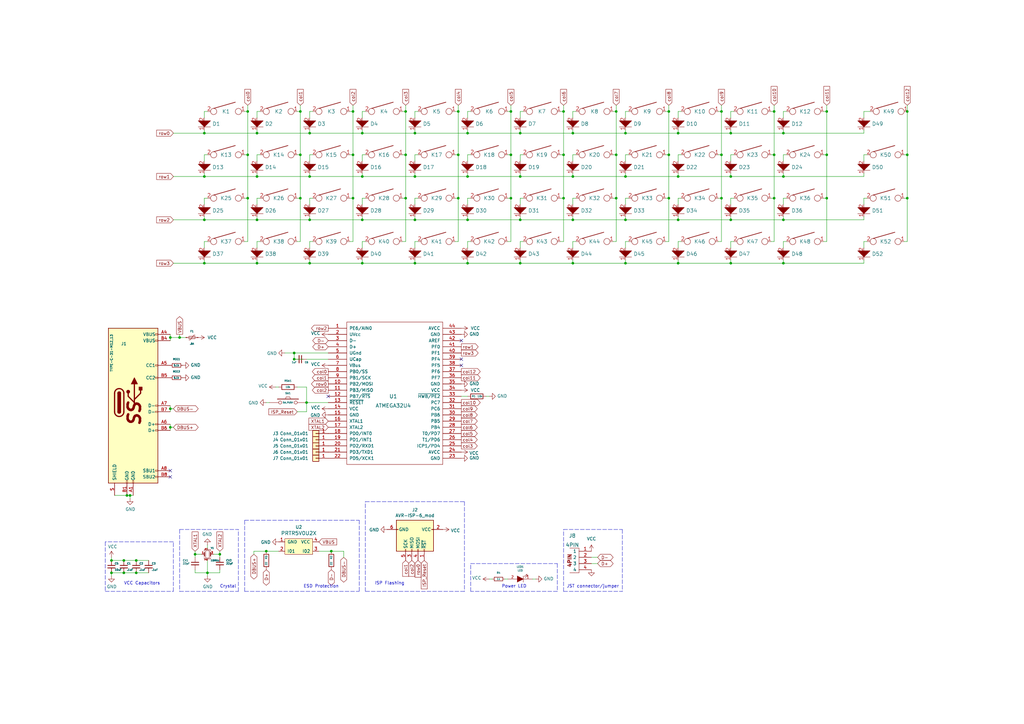
<source format=kicad_sch>
(kicad_sch (version 20211123) (generator eeschema)
  (paper "A3")
  (junction (at 187.96 81.28))
  (junction (at 170.18 90.17))
  (junction (at 191.77 107.95))
  (junction (at 101.6 45.72))
  (junction (at 73.66 138.43))
  (junction (at 231.14 81.28))
  (junction (at 299.72 90.17))
  (junction (at 123.19 45.72))
  (junction (at 209.55 81.28))
  (junction (at 105.41 54.61))
  (junction (at 213.36 107.95))
  (junction (at 101.6 81.28))
  (junction (at 123.19 63.5))
  (junction (at 278.13 72.39))
  (junction (at 274.32 45.72))
  (junction (at 127 54.61))
  (junction (at 148.59 107.95))
  (junction (at 317.5 81.28))
  (junction (at 339.09 63.5))
  (junction (at 166.37 63.5))
  (junction (at 53.34 203.2))
  (junction (at 83.82 72.39))
  (junction (at 256.54 90.17))
  (junction (at 252.73 63.5))
  (junction (at 50.8 229.87))
  (junction (at 372.11 63.5))
  (junction (at 105.41 107.95))
  (junction (at 166.37 45.72))
  (junction (at 321.31 72.39))
  (junction (at 213.36 90.17))
  (junction (at 105.41 72.39))
  (junction (at 101.6 63.5))
  (junction (at 135.89 226.06))
  (junction (at 339.09 45.72))
  (junction (at 321.31 54.61))
  (junction (at 278.13 90.17))
  (junction (at 252.73 81.28))
  (junction (at 295.91 63.5))
  (junction (at 83.82 90.17))
  (junction (at 170.18 54.61))
  (junction (at 55.88 234.95))
  (junction (at 80.01 227.33))
  (junction (at 144.78 81.28))
  (junction (at 120.65 144.78))
  (junction (at 231.14 45.72))
  (junction (at 234.95 90.17))
  (junction (at 295.91 45.72))
  (junction (at 83.82 54.61))
  (junction (at 52.07 203.2))
  (junction (at 123.19 81.28))
  (junction (at 372.11 81.28))
  (junction (at 321.31 107.95))
  (junction (at 125.73 165.1))
  (junction (at 339.09 81.28))
  (junction (at 127 72.39))
  (junction (at 274.32 81.28))
  (junction (at 252.73 45.72))
  (junction (at 317.5 45.72))
  (junction (at 256.54 54.61))
  (junction (at 274.32 63.5))
  (junction (at 170.18 72.39))
  (junction (at 191.77 90.17))
  (junction (at 144.78 63.5))
  (junction (at 234.95 107.95))
  (junction (at 69.85 167.64))
  (junction (at 278.13 54.61))
  (junction (at 148.59 72.39))
  (junction (at 109.22 226.06))
  (junction (at 55.88 229.87))
  (junction (at 90.17 227.33))
  (junction (at 278.13 107.95))
  (junction (at 45.72 229.87))
  (junction (at 85.09 234.95))
  (junction (at 50.8 234.95))
  (junction (at 105.41 90.17))
  (junction (at 317.5 63.5))
  (junction (at 299.72 72.39))
  (junction (at 295.91 81.28))
  (junction (at 231.14 63.5))
  (junction (at 83.82 107.95))
  (junction (at 170.18 107.95))
  (junction (at 299.72 54.61))
  (junction (at 209.55 63.5))
  (junction (at 127 90.17))
  (junction (at 144.78 45.72))
  (junction (at 299.72 107.95))
  (junction (at 166.37 81.28))
  (junction (at 187.96 63.5))
  (junction (at 256.54 107.95))
  (junction (at 45.72 234.95))
  (junction (at 187.96 45.72))
  (junction (at 69.85 138.43))
  (junction (at 120.65 147.32))
  (junction (at 209.55 45.72))
  (junction (at 191.77 54.61))
  (junction (at 191.77 72.39))
  (junction (at 127 107.95))
  (junction (at 213.36 72.39))
  (junction (at 69.85 175.26))
  (junction (at 321.31 90.17))
  (junction (at 234.95 54.61))
  (junction (at 234.95 72.39))
  (junction (at 213.36 54.61))
  (junction (at 256.54 72.39))
  (junction (at 148.59 90.17))
  (junction (at 148.59 54.61))
  (junction (at 372.11 45.72))
  (no_connect (at 189.23 139.7))
  (no_connect (at 69.85 193.04))
  (no_connect (at 134.62 162.56))
  (no_connect (at 189.23 149.86))
  (no_connect (at 189.23 147.32))
  (no_connect (at 69.85 195.58))
  (wire (pts (xy 209.55 63.5) (xy 209.55 81.28)))
  (polyline (pts (xy 100.33 242.57) (xy 100.33 213.36)))
  (wire (pts (xy 106.68 45.72) (xy 105.41 45.72)))
  (wire (pts (xy 110.49 165.1) (xy 109.22 165.1)))
  (wire (pts (xy 295.91 81.28) (xy 295.91 99.06)))
  (wire (pts (xy 69.85 138.43) (xy 69.85 139.7)))
  (wire (pts (xy 187.96 63.5) (xy 186.69 63.5)))
  (wire (pts (xy 128.27 45.72) (xy 127 45.72)))
  (wire (pts (xy 85.09 45.72) (xy 83.82 45.72)))
  (wire (pts (xy 234.95 88.9) (xy 234.95 90.17)))
  (wire (pts (xy 274.32 45.72) (xy 274.32 63.5)))
  (wire (pts (xy 170.18 107.95) (xy 191.77 107.95)))
  (wire (pts (xy 127 90.17) (xy 148.59 90.17)))
  (wire (pts (xy 170.18 71.12) (xy 170.18 72.39)))
  (polyline (pts (xy 73.66 242.57) (xy 97.79 242.57)))
  (wire (pts (xy 231.14 63.5) (xy 231.14 81.28)))
  (wire (pts (xy 299.72 54.61) (xy 321.31 54.61)))
  (wire (pts (xy 140.97 226.06) (xy 140.97 228.6)))
  (wire (pts (xy 256.54 88.9) (xy 256.54 90.17)))
  (wire (pts (xy 105.41 106.68) (xy 105.41 107.95)))
  (wire (pts (xy 127 107.95) (xy 148.59 107.95)))
  (wire (pts (xy 278.13 99.06) (xy 278.13 101.6)))
  (wire (pts (xy 256.54 99.06) (xy 256.54 101.6)))
  (wire (pts (xy 300.99 45.72) (xy 299.72 45.72)))
  (wire (pts (xy 73.66 138.43) (xy 76.2 138.43)))
  (wire (pts (xy 127 99.06) (xy 127 101.6)))
  (wire (pts (xy 191.77 54.61) (xy 213.36 54.61)))
  (wire (pts (xy 71.12 54.61) (xy 83.82 54.61)))
  (wire (pts (xy 339.09 43.18) (xy 339.09 45.72)))
  (wire (pts (xy 83.82 99.06) (xy 83.82 101.6)))
  (wire (pts (xy 209.55 81.28) (xy 209.55 99.06)))
  (wire (pts (xy 127 81.28) (xy 127 83.82)))
  (wire (pts (xy 317.5 99.06) (xy 316.23 99.06)))
  (wire (pts (xy 53.34 203.2) (xy 53.34 204.47)))
  (wire (pts (xy 166.37 63.5) (xy 166.37 81.28)))
  (wire (pts (xy 149.86 63.5) (xy 148.59 63.5)))
  (wire (pts (xy 171.45 45.72) (xy 170.18 45.72)))
  (wire (pts (xy 45.72 234.95) (xy 45.72 236.22)))
  (wire (pts (xy 127 88.9) (xy 127 90.17)))
  (wire (pts (xy 252.73 63.5) (xy 252.73 81.28)))
  (wire (pts (xy 294.64 81.28) (xy 295.91 81.28)))
  (wire (pts (xy 109.22 226.06) (xy 104.14 226.06)))
  (wire (pts (xy 251.46 81.28) (xy 252.73 81.28)))
  (wire (pts (xy 218.44 237.49) (xy 219.71 237.49)))
  (polyline (pts (xy 231.14 217.17) (xy 255.27 217.17)))
  (polyline (pts (xy 43.18 242.57) (xy 71.12 242.57)))
  (wire (pts (xy 125.73 165.1) (xy 125.73 168.91)))
  (wire (pts (xy 116.84 144.78) (xy 120.65 144.78)))
  (wire (pts (xy 299.72 106.68) (xy 299.72 107.95)))
  (wire (pts (xy 106.68 63.5) (xy 105.41 63.5)))
  (wire (pts (xy 274.32 63.5) (xy 274.32 81.28)))
  (wire (pts (xy 214.63 99.06) (xy 213.36 99.06)))
  (wire (pts (xy 209.55 99.06) (xy 208.28 99.06)))
  (wire (pts (xy 83.82 45.72) (xy 83.82 48.26)))
  (wire (pts (xy 257.81 63.5) (xy 256.54 63.5)))
  (wire (pts (xy 130.81 226.06) (xy 135.89 226.06)))
  (wire (pts (xy 295.91 43.18) (xy 295.91 45.72)))
  (wire (pts (xy 339.09 45.72) (xy 339.09 63.5)))
  (wire (pts (xy 214.63 63.5) (xy 213.36 63.5)))
  (wire (pts (xy 299.72 90.17) (xy 321.31 90.17)))
  (polyline (pts (xy 231.14 242.57) (xy 255.27 242.57)))
  (wire (pts (xy 144.78 63.5) (xy 143.51 63.5)))
  (wire (pts (xy 321.31 81.28) (xy 321.31 83.82)))
  (wire (pts (xy 121.92 45.72) (xy 123.19 45.72)))
  (wire (pts (xy 242.57 228.6) (xy 245.11 228.6)))
  (wire (pts (xy 193.04 99.06) (xy 191.77 99.06)))
  (wire (pts (xy 125.73 158.75) (xy 125.73 165.1)))
  (wire (pts (xy 104.14 226.06) (xy 104.14 227.33)))
  (wire (pts (xy 234.95 72.39) (xy 256.54 72.39)))
  (wire (pts (xy 144.78 45.72) (xy 144.78 63.5)))
  (wire (pts (xy 355.6 63.5) (xy 354.33 63.5)))
  (wire (pts (xy 354.33 45.72) (xy 354.33 48.26)))
  (wire (pts (xy 354.33 45.72) (xy 356.87 45.72)))
  (wire (pts (xy 85.09 234.95) (xy 90.17 234.95)))
  (wire (pts (xy 105.41 72.39) (xy 127 72.39)))
  (polyline (pts (xy 228.6 242.57) (xy 193.04 242.57)))
  (wire (pts (xy 85.09 99.06) (xy 83.82 99.06)))
  (wire (pts (xy 300.99 81.28) (xy 299.72 81.28)))
  (wire (pts (xy 234.95 45.72) (xy 234.95 48.26)))
  (wire (pts (xy 120.65 147.32) (xy 124.46 147.32)))
  (wire (pts (xy 170.18 90.17) (xy 191.77 90.17)))
  (polyline (pts (xy 73.66 217.17) (xy 73.66 242.57)))
  (wire (pts (xy 354.33 90.17) (xy 354.33 88.9)))
  (wire (pts (xy 295.91 45.72) (xy 295.91 63.5)))
  (wire (pts (xy 85.09 229.87) (xy 85.09 234.95)))
  (wire (pts (xy 372.11 43.18) (xy 372.11 45.72)))
  (wire (pts (xy 69.85 167.64) (xy 69.85 168.91)))
  (polyline (pts (xy 190.5 242.57) (xy 149.86 242.57)))
  (wire (pts (xy 106.68 99.06) (xy 105.41 99.06)))
  (wire (pts (xy 299.72 99.06) (xy 299.72 101.6)))
  (wire (pts (xy 354.33 63.5) (xy 354.33 66.04)))
  (wire (pts (xy 231.14 43.18) (xy 231.14 45.72)))
  (wire (pts (xy 354.33 107.95) (xy 354.33 106.68)))
  (wire (pts (xy 123.19 81.28) (xy 123.19 99.06)))
  (wire (pts (xy 106.68 81.28) (xy 105.41 81.28)))
  (wire (pts (xy 85.09 234.95) (xy 85.09 236.22)))
  (wire (pts (xy 120.65 147.32) (xy 120.65 144.78)))
  (wire (pts (xy 213.36 71.12) (xy 213.36 72.39)))
  (wire (pts (xy 236.22 99.06) (xy 234.95 99.06)))
  (wire (pts (xy 256.54 54.61) (xy 278.13 54.61)))
  (wire (pts (xy 322.58 63.5) (xy 321.31 63.5)))
  (wire (pts (xy 170.18 72.39) (xy 191.77 72.39)))
  (wire (pts (xy 148.59 90.17) (xy 170.18 90.17)))
  (wire (pts (xy 71.12 175.26) (xy 69.85 175.26)))
  (wire (pts (xy 321.31 63.5) (xy 321.31 66.04)))
  (wire (pts (xy 256.54 63.5) (xy 256.54 66.04)))
  (wire (pts (xy 127 54.61) (xy 148.59 54.61)))
  (wire (pts (xy 339.09 99.06) (xy 337.82 99.06)))
  (wire (pts (xy 321.31 90.17) (xy 321.31 88.9)))
  (wire (pts (xy 83.82 54.61) (xy 105.41 54.61)))
  (wire (pts (xy 299.72 53.34) (xy 299.72 54.61)))
  (wire (pts (xy 372.11 63.5) (xy 372.11 81.28)))
  (wire (pts (xy 50.8 234.95) (xy 45.72 234.95)))
  (wire (pts (xy 187.96 63.5) (xy 187.96 81.28)))
  (wire (pts (xy 105.41 63.5) (xy 105.41 66.04)))
  (wire (pts (xy 149.86 99.06) (xy 148.59 99.06)))
  (wire (pts (xy 321.31 72.39) (xy 321.31 71.12)))
  (wire (pts (xy 144.78 63.5) (xy 144.78 81.28)))
  (wire (pts (xy 83.82 53.34) (xy 83.82 54.61)))
  (wire (pts (xy 354.33 99.06) (xy 354.33 101.6)))
  (wire (pts (xy 191.77 53.34) (xy 191.77 54.61)))
  (wire (pts (xy 101.6 43.18) (xy 101.6 45.72)))
  (wire (pts (xy 100.33 45.72) (xy 101.6 45.72)))
  (polyline (pts (xy 149.86 242.57) (xy 149.86 205.74)))
  (wire (pts (xy 339.09 81.28) (xy 339.09 99.06)))
  (wire (pts (xy 170.18 63.5) (xy 170.18 66.04)))
  (wire (pts (xy 125.73 168.91) (xy 121.92 168.91)))
  (wire (pts (xy 165.1 81.28) (xy 166.37 81.28)))
  (wire (pts (xy 193.04 63.5) (xy 191.77 63.5)))
  (wire (pts (xy 123.19 63.5) (xy 123.19 81.28)))
  (wire (pts (xy 209.55 45.72) (xy 209.55 63.5)))
  (wire (pts (xy 370.84 81.28) (xy 372.11 81.28)))
  (wire (pts (xy 52.07 203.2) (xy 53.34 203.2)))
  (wire (pts (xy 300.99 63.5) (xy 299.72 63.5)))
  (wire (pts (xy 166.37 45.72) (xy 166.37 63.5)))
  (wire (pts (xy 114.3 226.06) (xy 109.22 226.06)))
  (wire (pts (xy 278.13 71.12) (xy 278.13 72.39)))
  (wire (pts (xy 45.72 228.6) (xy 45.72 229.87)))
  (wire (pts (xy 274.32 63.5) (xy 273.05 63.5)))
  (wire (pts (xy 166.37 43.18) (xy 166.37 45.72)))
  (wire (pts (xy 50.8 229.87) (xy 45.72 229.87)))
  (wire (pts (xy 355.6 81.28) (xy 354.33 81.28)))
  (wire (pts (xy 127 106.68) (xy 127 107.95)))
  (wire (pts (xy 214.63 81.28) (xy 213.36 81.28)))
  (wire (pts (xy 121.92 158.75) (xy 125.73 158.75)))
  (wire (pts (xy 294.64 45.72) (xy 295.91 45.72)))
  (wire (pts (xy 100.33 81.28) (xy 101.6 81.28)))
  (wire (pts (xy 60.96 229.87) (xy 55.88 229.87)))
  (wire (pts (xy 120.65 144.78) (xy 134.62 144.78)))
  (wire (pts (xy 234.95 99.06) (xy 234.95 101.6)))
  (wire (pts (xy 295.91 63.5) (xy 294.64 63.5)))
  (wire (pts (xy 69.85 137.16) (xy 69.85 138.43)))
  (wire (pts (xy 71.12 167.64) (xy 69.85 167.64)))
  (polyline (pts (xy 190.5 205.74) (xy 190.5 242.57)))
  (wire (pts (xy 191.77 106.68) (xy 191.77 107.95)))
  (wire (pts (xy 189.23 162.56) (xy 191.77 162.56)))
  (wire (pts (xy 257.81 45.72) (xy 256.54 45.72)))
  (wire (pts (xy 256.54 45.72) (xy 256.54 48.26)))
  (wire (pts (xy 83.82 107.95) (xy 71.12 107.95)))
  (wire (pts (xy 299.72 71.12) (xy 299.72 72.39)))
  (wire (pts (xy 170.18 45.72) (xy 170.18 48.26)))
  (wire (pts (xy 128.27 63.5) (xy 127 63.5)))
  (wire (pts (xy 83.82 106.68) (xy 83.82 107.95)))
  (wire (pts (xy 148.59 72.39) (xy 170.18 72.39)))
  (wire (pts (xy 256.54 90.17) (xy 278.13 90.17)))
  (wire (pts (xy 295.91 63.5) (xy 295.91 81.28)))
  (wire (pts (xy 90.17 227.33) (xy 90.17 226.06)))
  (wire (pts (xy 83.82 72.39) (xy 105.41 72.39)))
  (wire (pts (xy 200.66 237.49) (xy 201.93 237.49)))
  (wire (pts (xy 234.95 81.28) (xy 234.95 83.82)))
  (wire (pts (xy 85.09 223.52) (xy 85.09 224.79)))
  (wire (pts (xy 354.33 54.61) (xy 354.33 53.34)))
  (wire (pts (xy 213.36 88.9) (xy 213.36 90.17)))
  (wire (pts (xy 299.72 45.72) (xy 299.72 48.26)))
  (wire (pts (xy 83.82 107.95) (xy 105.41 107.95)))
  (wire (pts (xy 83.82 88.9) (xy 83.82 90.17)))
  (wire (pts (xy 148.59 45.72) (xy 148.59 48.26)))
  (polyline (pts (xy 255.27 217.17) (xy 255.27 242.57)))
  (wire (pts (xy 257.81 81.28) (xy 256.54 81.28)))
  (wire (pts (xy 171.45 81.28) (xy 170.18 81.28)))
  (wire (pts (xy 191.77 45.72) (xy 191.77 48.26)))
  (wire (pts (xy 80.01 233.68) (xy 80.01 234.95)))
  (polyline (pts (xy 147.32 213.36) (xy 147.32 242.57)))
  (wire (pts (xy 148.59 106.68) (xy 148.59 107.95)))
  (wire (pts (xy 105.41 71.12) (xy 105.41 72.39)))
  (wire (pts (xy 322.58 81.28) (xy 321.31 81.28)))
  (wire (pts (xy 209.55 63.5) (xy 208.28 63.5)))
  (wire (pts (xy 317.5 81.28) (xy 317.5 99.06)))
  (wire (pts (xy 274.32 43.18) (xy 274.32 45.72)))
  (wire (pts (xy 213.36 90.17) (xy 234.95 90.17)))
  (wire (pts (xy 256.54 71.12) (xy 256.54 72.39)))
  (wire (pts (xy 144.78 99.06) (xy 143.51 99.06)))
  (wire (pts (xy 213.36 45.72) (xy 213.36 48.26)))
  (wire (pts (xy 191.77 81.28) (xy 191.77 83.82)))
  (wire (pts (xy 187.96 99.06) (xy 186.69 99.06)))
  (wire (pts (xy 256.54 81.28) (xy 256.54 83.82)))
  (wire (pts (xy 322.58 99.06) (xy 321.31 99.06)))
  (wire (pts (xy 208.28 81.28) (xy 209.55 81.28)))
  (wire (pts (xy 80.01 227.33) (xy 80.01 228.6)))
  (wire (pts (xy 252.73 81.28) (xy 252.73 99.06)))
  (wire (pts (xy 229.87 81.28) (xy 231.14 81.28)))
  (wire (pts (xy 125.73 147.32) (xy 134.62 147.32)))
  (wire (pts (xy 191.77 63.5) (xy 191.77 66.04)))
  (wire (pts (xy 69.85 138.43) (xy 73.66 138.43)))
  (wire (pts (xy 127 72.39) (xy 148.59 72.39)))
  (wire (pts (xy 234.95 90.17) (xy 256.54 90.17)))
  (wire (pts (xy 149.86 81.28) (xy 148.59 81.28)))
  (wire (pts (xy 316.23 45.72) (xy 317.5 45.72)))
  (wire (pts (xy 213.36 53.34) (xy 213.36 54.61)))
  (wire (pts (xy 355.6 99.06) (xy 354.33 99.06)))
  (wire (pts (xy 234.95 53.34) (xy 234.95 54.61)))
  (wire (pts (xy 337.82 45.72) (xy 339.09 45.72)))
  (wire (pts (xy 46.99 203.2) (xy 52.07 203.2)))
  (wire (pts (xy 213.36 99.06) (xy 213.36 101.6)))
  (wire (pts (xy 123.19 43.18) (xy 123.19 45.72)))
  (wire (pts (xy 166.37 81.28) (xy 166.37 99.06)))
  (wire (pts (xy 354.33 72.39) (xy 354.33 71.12)))
  (wire (pts (xy 279.4 63.5) (xy 278.13 63.5)))
  (wire (pts (xy 321.31 90.17) (xy 354.33 90.17)))
  (polyline (pts (xy 193.04 242.57) (xy 193.04 231.14)))
  (wire (pts (xy 128.27 99.06) (xy 127 99.06)))
  (wire (pts (xy 101.6 63.5) (xy 101.6 81.28)))
  (wire (pts (xy 143.51 45.72) (xy 144.78 45.72)))
  (wire (pts (xy 170.18 88.9) (xy 170.18 90.17)))
  (wire (pts (xy 273.05 81.28) (xy 274.32 81.28)))
  (wire (pts (xy 170.18 54.61) (xy 191.77 54.61)))
  (wire (pts (xy 372.11 45.72) (xy 372.11 63.5)))
  (wire (pts (xy 252.73 43.18) (xy 252.73 45.72)))
  (wire (pts (xy 256.54 53.34) (xy 256.54 54.61)))
  (wire (pts (xy 85.09 81.28) (xy 83.82 81.28)))
  (wire (pts (xy 278.13 88.9) (xy 278.13 90.17)))
  (wire (pts (xy 231.14 81.28) (xy 231.14 99.06)))
  (wire (pts (xy 278.13 53.34) (xy 278.13 54.61)))
  (wire (pts (xy 299.72 107.95) (xy 321.31 107.95)))
  (wire (pts (xy 299.72 72.39) (xy 321.31 72.39)))
  (wire (pts (xy 85.09 63.5) (xy 83.82 63.5)))
  (wire (pts (xy 213.36 54.61) (xy 234.95 54.61)))
  (wire (pts (xy 55.88 229.87) (xy 50.8 229.87)))
  (wire (pts (xy 191.77 99.06) (xy 191.77 101.6)))
  (wire (pts (xy 213.36 106.68) (xy 213.36 107.95)))
  (wire (pts (xy 209.55 43.18) (xy 209.55 45.72)))
  (wire (pts (xy 105.41 99.06) (xy 105.41 101.6)))
  (wire (pts (xy 213.36 81.28) (xy 213.36 83.82)))
  (wire (pts (xy 317.5 63.5) (xy 316.23 63.5)))
  (wire (pts (xy 127 63.5) (xy 127 66.04)))
  (wire (pts (xy 295.91 99.06) (xy 294.64 99.06)))
  (wire (pts (xy 191.77 88.9) (xy 191.77 90.17)))
  (wire (pts (xy 256.54 107.95) (xy 278.13 107.95)))
  (wire (pts (xy 321.31 45.72) (xy 321.31 48.26)))
  (wire (pts (xy 83.82 72.39) (xy 71.12 72.39)))
  (polyline (pts (xy 43.18 222.25) (xy 43.18 242.57)))
  (wire (pts (xy 278.13 63.5) (xy 278.13 66.04)))
  (wire (pts (xy 127 53.34) (xy 127 54.61)))
  (wire (pts (xy 90.17 234.95) (xy 90.17 233.68)))
  (wire (pts (xy 337.82 81.28) (xy 339.09 81.28)))
  (wire (pts (xy 105.41 54.61) (xy 127 54.61)))
  (wire (pts (xy 321.31 54.61) (xy 321.31 53.34)))
  (wire (pts (xy 278.13 107.95) (xy 299.72 107.95)))
  (wire (pts (xy 105.41 88.9) (xy 105.41 90.17)))
  (wire (pts (xy 171.45 99.06) (xy 170.18 99.06)))
  (wire (pts (xy 317.5 63.5) (xy 317.5 81.28)))
  (wire (pts (xy 186.69 45.72) (xy 187.96 45.72)))
  (wire (pts (xy 69.85 175.26) (xy 69.85 176.53)))
  (wire (pts (xy 231.14 63.5) (xy 229.87 63.5)))
  (wire (pts (xy 234.95 107.95) (xy 256.54 107.95)))
  (wire (pts (xy 134.62 165.1) (xy 125.73 165.1)))
  (polyline (pts (xy 100.33 213.36) (xy 147.32 213.36)))
  (wire (pts (xy 252.73 63.5) (xy 251.46 63.5)))
  (wire (pts (xy 90.17 227.33) (xy 90.17 228.6)))
  (wire (pts (xy 236.22 81.28) (xy 234.95 81.28)))
  (wire (pts (xy 105.41 81.28) (xy 105.41 83.82)))
  (wire (pts (xy 321.31 99.06) (xy 321.31 101.6)))
  (wire (pts (xy 114.3 158.75) (xy 113.03 158.75)))
  (wire (pts (xy 231.14 45.72) (xy 231.14 63.5)))
  (wire (pts (xy 278.13 81.28) (xy 278.13 83.82)))
  (wire (pts (xy 123.19 63.5) (xy 121.92 63.5)))
  (wire (pts (xy 300.99 99.06) (xy 299.72 99.06)))
  (wire (pts (xy 213.36 107.95) (xy 234.95 107.95)))
  (wire (pts (xy 82.55 227.33) (xy 80.01 227.33)))
  (wire (pts (xy 144.78 81.28) (xy 144.78 99.06)))
  (wire (pts (xy 191.77 72.39) (xy 213.36 72.39)))
  (wire (pts (xy 279.4 45.72) (xy 278.13 45.72)))
  (wire (pts (xy 199.39 162.56) (xy 200.66 162.56)))
  (wire (pts (xy 55.88 234.95) (xy 50.8 234.95)))
  (wire (pts (xy 170.18 99.06) (xy 170.18 101.6)))
  (wire (pts (xy 252.73 99.06) (xy 251.46 99.06)))
  (wire (pts (xy 123.19 45.72) (xy 123.19 63.5)))
  (wire (pts (xy 148.59 54.61) (xy 170.18 54.61)))
  (wire (pts (xy 171.45 63.5) (xy 170.18 63.5)))
  (wire (pts (xy 251.46 45.72) (xy 252.73 45.72)))
  (wire (pts (xy 105.41 53.34) (xy 105.41 54.61)))
  (wire (pts (xy 135.89 226.06) (xy 140.97 226.06)))
  (wire (pts (xy 60.96 234.95) (xy 55.88 234.95)))
  (polyline (pts (xy 100.33 242.57) (xy 147.32 242.57)))
  (wire (pts (xy 128.27 81.28) (xy 127 81.28)))
  (wire (pts (xy 213.36 63.5) (xy 213.36 66.04)))
  (wire (pts (xy 144.78 43.18) (xy 144.78 45.72)))
  (wire (pts (xy 278.13 54.61) (xy 299.72 54.61)))
  (wire (pts (xy 252.73 45.72) (xy 252.73 63.5)))
  (wire (pts (xy 166.37 99.06) (xy 165.1 99.06)))
  (wire (pts (xy 317.5 45.72) (xy 317.5 63.5)))
  (wire (pts (xy 53.34 203.2) (xy 54.61 203.2)))
  (wire (pts (xy 234.95 71.12) (xy 234.95 72.39)))
  (wire (pts (xy 316.23 81.28) (xy 317.5 81.28)))
  (wire (pts (xy 148.59 71.12) (xy 148.59 72.39)))
  (wire (pts (xy 231.14 99.06) (xy 229.87 99.06)))
  (wire (pts (xy 148.59 53.34) (xy 148.59 54.61)))
  (wire (pts (xy 105.41 45.72) (xy 105.41 48.26)))
  (wire (pts (xy 236.22 63.5) (xy 234.95 63.5)))
  (wire (pts (xy 207.01 237.49) (xy 208.28 237.49)))
  (wire (pts (xy 372.11 63.5) (xy 370.84 63.5)))
  (polyline (pts (xy 149.86 205.74) (xy 190.5 205.74)))
  (wire (pts (xy 170.18 53.34) (xy 170.18 54.61)))
  (wire (pts (xy 166.37 63.5) (xy 165.1 63.5)))
  (wire (pts (xy 214.63 45.72) (xy 213.36 45.72)))
  (wire (pts (xy 213.36 72.39) (xy 234.95 72.39)))
  (wire (pts (xy 83.82 63.5) (xy 83.82 66.04)))
  (wire (pts (xy 256.54 72.39) (xy 278.13 72.39)))
  (wire (pts (xy 148.59 63.5) (xy 148.59 66.04)))
  (wire (pts (xy 273.05 45.72) (xy 274.32 45.72)))
  (wire (pts (xy 321.31 107.95) (xy 354.33 107.95)))
  (wire (pts (xy 148.59 107.95) (xy 170.18 107.95)))
  (wire (pts (xy 236.22 45.72) (xy 234.95 45.72)))
  (wire (pts (xy 87.63 227.33) (xy 90.17 227.33)))
  (polyline (pts (xy 73.66 217.17) (xy 97.79 217.17)))
  (wire (pts (xy 187.96 43.18) (xy 187.96 45.72)))
  (wire (pts (xy 187.96 81.28) (xy 187.96 99.06)))
  (wire (pts (xy 105.41 107.95) (xy 127 107.95)))
  (wire (pts (xy 143.51 81.28) (xy 144.78 81.28)))
  (wire (pts (xy 279.4 81.28) (xy 278.13 81.28)))
  (wire (pts (xy 127 45.72) (xy 127 48.26)))
  (wire (pts (xy 234.95 63.5) (xy 234.95 66.04)))
  (wire (pts (xy 278.13 106.68) (xy 278.13 107.95)))
  (wire (pts (xy 80.01 227.33) (xy 80.01 226.06)))
  (wire (pts (xy 80.01 234.95) (xy 85.09 234.95)))
  (wire (pts (xy 83.82 90.17) (xy 105.41 90.17)))
  (wire (pts (xy 83.82 90.17) (xy 71.12 90.17)))
  (wire (pts (xy 69.85 166.37) (xy 69.85 167.64)))
  (wire (pts (xy 127 71.12) (xy 127 72.39)))
  (polyline (pts (xy 71.12 222.25) (xy 43.18 222.25)))
  (wire (pts (xy 193.04 45.72) (xy 191.77 45.72)))
  (wire (pts (xy 229.87 45.72) (xy 231.14 45.72)))
  (wire (pts (xy 148.59 88.9) (xy 148.59 90.17)))
  (wire (pts (xy 148.59 81.28) (xy 148.59 83.82)))
  (wire (pts (xy 101.6 99.06) (xy 100.33 99.06)))
  (wire (pts (xy 149.86 45.72) (xy 148.59 45.72)))
  (wire (pts (xy 187.96 45.72) (xy 187.96 63.5)))
  (wire (pts (xy 278.13 72.39) (xy 299.72 72.39)))
  (wire (pts (xy 101.6 81.28) (xy 101.6 99.06)))
  (wire (pts (xy 165.1 45.72) (xy 166.37 45.72)))
  (wire (pts (xy 321.31 107.95) (xy 321.31 106.68)))
  (wire (pts (xy 274.32 81.28) (xy 274.32 99.06)))
  (wire (pts (xy 322.58 45.72) (xy 321.31 45.72)))
  (wire (pts (xy 234.95 106.68) (xy 234.95 107.95)))
  (wire (pts (xy 208.28 45.72) (xy 209.55 45.72)))
  (wire (pts (xy 256.54 106.68) (xy 256.54 107.95)))
  (wire (pts (xy 170.18 106.68) (xy 170.18 107.95)))
  (wire (pts (xy 321.31 72.39) (xy 354.33 72.39)))
  (wire (pts (xy 186.69 81.28) (xy 187.96 81.28)))
  (wire (pts (xy 83.82 71.12) (xy 83.82 72.39)))
  (wire (pts (xy 372.11 99.06) (xy 370.84 99.06)))
  (wire (pts (xy 299.72 63.5) (xy 299.72 66.04)))
  (wire (pts (xy 278.13 90.17) (xy 299.72 90.17)))
  (wire (pts (xy 339.09 63.5) (xy 337.82 63.5)))
  (wire (pts (xy 257.81 99.06) (xy 256.54 99.06)))
  (polyline (pts (xy 231.14 242.57) (xy 231.14 217.17)))
  (polyline (pts (xy 193.04 231.14) (xy 228.6 231.14)))
  (wire (pts (xy 148.59 99.06) (xy 148.59 101.6)))
  (wire (pts (xy 170.18 81.28) (xy 170.18 83.82)))
  (wire (pts (xy 191.77 90.17) (xy 213.36 90.17)))
  (wire (pts (xy 274.32 99.06) (xy 273.05 99.06)))
  (wire (pts (xy 73.66 137.16) (xy 73.66 138.43)))
  (wire (pts (xy 279.4 99.06) (xy 278.13 99.06)))
  (wire (pts (xy 299.72 81.28) (xy 299.72 83.82)))
  (wire (pts (xy 105.41 90.17) (xy 127 90.17)))
  (wire (pts (xy 193.04 81.28) (xy 191.77 81.28)))
  (wire (pts (xy 101.6 45.72) (xy 101.6 63.5)))
  (wire (pts (xy 121.92 81.28) (xy 123.19 81.28)))
  (wire (pts (xy 191.77 107.95) (xy 213.36 107.95)))
  (wire (pts (xy 339.09 63.5) (xy 339.09 81.28)))
  (wire (pts (xy 69.85 173.99) (xy 69.85 175.26)))
  (wire (pts (xy 191.77 71.12) (xy 191.77 72.39)))
  (wire (pts (xy 123.19 99.06) (xy 121.92 99.06)))
  (wire (pts (xy 317.5 43.18) (xy 317.5 45.72)))
  (polyline (pts (xy 97.79 242.57) (xy 97.79 217.17)))
  (wire (pts (xy 278.13 45.72) (xy 278.13 48.26)))
  (wire (pts (xy 242.57 231.14) (xy 245.11 231.14)))
  (wire (pts (xy 372.11 81.28) (xy 372.11 99.06)))
  (wire (pts (xy 83.82 81.28) (xy 83.82 83.82)))
  (wire (pts (xy 354.33 81.28) (xy 354.33 83.82)))
  (wire (pts (xy 299.72 88.9) (xy 299.72 90.17)))
  (polyline (pts (xy 71.12 242.57) (xy 71.12 222.25)))
  (polyline (pts (xy 228.6 231.14) (xy 228.6 242.57)))
  (wire (pts (xy 101.6 63.5) (xy 100.33 63.5)))
  (wire (pts (xy 234.95 54.61) (xy 256.54 54.61)))
  (wire (pts (xy 321.31 54.61) (xy 354.33 54.61)))
  (text "ESD Protection" (at 124.46 241.3 0) (effects (font (size 1.27 1.27)) (justify left bottom)))
  (text "JST connector/jumper" (at 232.41 241.3 0) (effects (font (size 1.27 1.27)) (justify left bottom)))
  (text "Crystal" (at 90.17 241.3 0) (effects (font (size 1.27 1.27)) (justify left bottom)))
  (text "Power LED" (at 205.74 241.3 0) (effects (font (size 1.27 1.27)) (justify left bottom)))
  (text "VCC Capacitors" (at 50.8 240.03 0) (effects (font (size 1.27 1.27)) (justify left bottom)))
  (text "ISP Flashing" (at 153.67 240.03 0) (effects (font (size 1.27 1.27)) (justify left bottom)))
  (global_label "VBUS" (shape input) (at 130.81 222.25 0) (property "Intersheet References" "${INTERSHEET_REFS}" (effects hide)))
  (global_label "col8" (shape input) (at 274.32 43.18 90) (property "Intersheet References" "${INTERSHEET_REFS}" (effects hide)))
  (global_label "col2" (shape input) (at 168.91 229.87 270) (property "Intersheet References" "${INTERSHEET_REFS}" (effects hide)))
  (global_label "col4" (shape input) (at 187.96 43.18 90) (property "Intersheet References" "${INTERSHEET_REFS}" (effects hide)))
  (global_label "col7" (shape output) (at 189.23 172.72 0) (property "Intersheet References" "${INTERSHEET_REFS}" (effects hide)))
  (global_label "row2" (shape input) (at 71.12 90.17 180) (property "Intersheet References" "${INTERSHEET_REFS}" (effects hide)))
  (global_label "col0" (shape output) (at 134.62 152.4 180) (property "Intersheet References" "${INTERSHEET_REFS}" (effects hide)))
  (global_label "col2" (shape input) (at 144.78 43.18 90) (property "Intersheet References" "${INTERSHEET_REFS}" (effects hide)))
  (global_label "XTAL1" (shape input) (at 80.01 226.06 90) (property "Intersheet References" "${INTERSHEET_REFS}" (effects hide)))
  (global_label "D+" (shape bidirectional) (at 134.62 142.24 180) (property "Intersheet References" "${INTERSHEET_REFS}" (effects hide)))
  (global_label "row0" (shape output) (at 134.62 157.48 180) (property "Intersheet References" "${INTERSHEET_REFS}" (effects hide)))
  (global_label "VBUS" (shape output) (at 73.66 137.16 90) (property "Intersheet References" "${INTERSHEET_REFS}" (effects hide)))
  (global_label "col4" (shape output) (at 189.23 180.34 0) (property "Intersheet References" "${INTERSHEET_REFS}" (effects hide)))
  (global_label "row3" (shape input) (at 71.12 107.95 180) (property "Intersheet References" "${INTERSHEET_REFS}" (effects hide)))
  (global_label "col3" (shape input) (at 166.37 43.18 90) (property "Intersheet References" "${INTERSHEET_REFS}" (effects hide)))
  (global_label "D+" (shape bidirectional) (at 109.22 233.68 270) (property "Intersheet References" "${INTERSHEET_REFS}" (effects hide)))
  (global_label "D-" (shape bidirectional) (at 134.62 139.7 180) (property "Intersheet References" "${INTERSHEET_REFS}" (effects hide)))
  (global_label "col12" (shape output) (at 189.23 152.4 0) (property "Intersheet References" "${INTERSHEET_REFS}" (effects hide)))
  (global_label "col7" (shape input) (at 252.73 43.18 90) (property "Intersheet References" "${INTERSHEET_REFS}" (effects hide)))
  (global_label "col5" (shape input) (at 209.55 43.18 90) (property "Intersheet References" "${INTERSHEET_REFS}" (effects hide)))
  (global_label "col9" (shape input) (at 295.91 43.18 90) (property "Intersheet References" "${INTERSHEET_REFS}" (effects hide)))
  (global_label "DBUS-" (shape bidirectional) (at 140.97 228.6 270) (property "Intersheet References" "${INTERSHEET_REFS}" (effects hide)))
  (global_label "col2" (shape output) (at 134.62 160.02 180) (property "Intersheet References" "${INTERSHEET_REFS}" (effects hide)))
  (global_label "col6" (shape input) (at 231.14 43.18 90) (property "Intersheet References" "${INTERSHEET_REFS}" (effects hide)))
  (global_label "row1" (shape output) (at 189.23 142.24 0) (property "Intersheet References" "${INTERSHEET_REFS}" (effects hide)))
  (global_label "col9" (shape output) (at 189.23 167.64 0) (property "Intersheet References" "${INTERSHEET_REFS}" (effects hide)))
  (global_label "D-" (shape bidirectional) (at 135.89 233.68 270) (property "Intersheet References" "${INTERSHEET_REFS}" (effects hide)))
  (global_label "row0" (shape input) (at 171.45 229.87 270) (property "Intersheet References" "${INTERSHEET_REFS}" (effects hide)))
  (global_label "col10" (shape output) (at 189.23 165.1 0) (property "Intersheet References" "${INTERSHEET_REFS}" (effects hide)))
  (global_label "row2" (shape output) (at 134.62 134.62 180) (property "Intersheet References" "${INTERSHEET_REFS}" (effects hide)))
  (global_label "col8" (shape output) (at 189.23 170.18 0) (property "Intersheet References" "${INTERSHEET_REFS}" (effects hide)))
  (global_label "DBUS+" (shape bidirectional) (at 71.12 175.26 0) (property "Intersheet References" "${INTERSHEET_REFS}" (effects hide)))
  (global_label "ISP_Reset" (shape input) (at 173.99 229.87 270) (property "Intersheet References" "${INTERSHEET_REFS}" (effects hide)))
  (global_label "XTAL2" (shape input) (at 90.17 226.06 90) (property "Intersheet References" "${INTERSHEET_REFS}" (effects hide)))
  (global_label "XTAL1" (shape input) (at 134.62 172.72 180) (property "Intersheet References" "${INTERSHEET_REFS}" (effects hide)))
  (global_label "col1" (shape input) (at 166.37 229.87 270) (property "Intersheet References" "${INTERSHEET_REFS}" (effects hide)))
  (global_label "row0" (shape input) (at 71.12 54.61 180) (property "Intersheet References" "${INTERSHEET_REFS}" (effects hide)))
  (global_label "col11" (shape output) (at 189.23 154.94 0) (property "Intersheet References" "${INTERSHEET_REFS}" (effects hide)))
  (global_label "ISP_Reset" (shape input) (at 121.92 168.91 180) (property "Intersheet References" "${INTERSHEET_REFS}" (effects hide)))
  (global_label "col10" (shape input) (at 317.5 43.18 90) (property "Intersheet References" "${INTERSHEET_REFS}" (effects hide)))
  (global_label "col5" (shape output) (at 189.23 177.8 0) (property "Intersheet References" "${INTERSHEET_REFS}" (effects hide)))
  (global_label "col12" (shape input) (at 372.11 43.18 90) (property "Intersheet References" "${INTERSHEET_REFS}" (effects hide)))
  (global_label "col3" (shape output) (at 189.23 182.88 0) (property "Intersheet References" "${INTERSHEET_REFS}" (effects hide)))
  (global_label "col0" (shape input) (at 101.6 43.18 90) (property "Intersheet References" "${INTERSHEET_REFS}" (effects hide)))
  (global_label "XTAL2" (shape input) (at 134.62 175.26 180) (property "Intersheet References" "${INTERSHEET_REFS}" (effects hide)))
  (global_label "row1" (shape input) (at 71.12 72.39 180) (property "Intersheet References" "${INTERSHEET_REFS}" (effects hide)))
  (global_label "col11" (shape input) (at 339.09 43.18 90) (property "Intersheet References" "${INTERSHEET_REFS}" (effects hide)))
  (global_label "D+" (shape bidirectional) (at 245.11 231.14 0) (property "Intersheet References" "${INTERSHEET_REFS}" (effects hide)))
  (global_label "col6" (shape output) (at 189.23 175.26 0) (property "Intersheet References" "${INTERSHEET_REFS}" (effects hide)))
  (global_label "row3" (shape output) (at 189.23 144.78 0) (property "Intersheet References" "${INTERSHEET_REFS}" (effects hide)))
  (global_label "D-" (shape bidirectional) (at 245.11 228.6 0) (property "Intersheet References" "${INTERSHEET_REFS}" (effects hide)))
  (global_label "col1" (shape output) (at 134.62 154.94 180) (property "Intersheet References" "${INTERSHEET_REFS}" (effects hide)))
  (global_label "DBUS+" (shape bidirectional) (at 104.14 227.33 270) (property "Intersheet References" "${INTERSHEET_REFS}" (effects hide)))
  (global_label "DBUS-" (shape bidirectional) (at 71.12 167.64 0) (property "Intersheet References" "${INTERSHEET_REFS}" (effects hide)))
  (global_label "col1" (shape input) (at 123.19 43.18 90) (property "Intersheet References" "${INTERSHEET_REFS}" (effects hide)))
  (symbol (lib_id "pcb-rescue:KEYSW-keyboard_parts-Ori-rescue-lucy-rescue") (at 92.71 45.72 0) (unit 1)
    (property "Reference" "K1" (at 92.71 45.72 0) (effects (font (size 1.524 1.524))))
    (property "Value" "KEYSW" (effects hide))
    (property "Footprint" "MX_Only:MXOnly-1U-Hotswap" (effects hide))
  )
  (symbol (lib_id "pcb-rescue:KEYSW-keyboard_parts-Ori-rescue-lucy-rescue") (at 92.71 63.5 0) (unit 1)
    (property "Reference" "K13" (at 92.71 63.5 0) (effects (font (size 1.524 1.524))))
    (property "Value" "KEYSW" (effects hide))
    (property "Footprint" "MX_Only:MXOnly-1U-Hotswap" (effects hide))
  )
  (symbol (lib_id "pcb-rescue:D-keyboard_parts-Ori-rescue-lucy-rescue") (at 83.82 52.07 180) (unit 1)
    (property "Reference" "D1" (at 87.0712 50.8 0) (effects (font (size 1.524 1.524)) (justify right)))
    (property "Value" "D" (effects hide))
    (property "Footprint" "Keeb_footprints:D_SOD-123_modified" (effects hide))
  )
  (symbol (lib_id "pcb-rescue:D-keyboard_parts-Ori-rescue-lucy-rescue") (at 83.82 69.85 180) (unit 1)
    (property "Reference" "D13" (at 87.0712 68.58 0) (effects (font (size 1.524 1.524)) (justify right)))
    (property "Value" "D" (effects hide))
    (property "Footprint" "Keeb_footprints:D_SOD-123_modified" (effects hide))
  )
  (symbol (lib_id "pcb-rescue:KEYSW-keyboard_parts-Ori-rescue-lucy-rescue") (at 114.3 45.72 0) (unit 1)
    (property "Reference" "K2" (at 114.3 45.72 0) (effects (font (size 1.524 1.524))))
    (property "Value" "KEYSW" (effects hide))
    (property "Footprint" "MX_Only:MXOnly-1U-Hotswap" (effects hide))
  )
  (symbol (lib_id "pcb-rescue:KEYSW-keyboard_parts-Ori-rescue-lucy-rescue") (at 114.3 63.5 0) (unit 1)
    (property "Reference" "K14" (at 114.3 63.5 0) (effects (font (size 1.524 1.524))))
    (property "Value" "KEYSW" (effects hide))
    (property "Footprint" "MX_Only:MXOnly-1U-Hotswap" (effects hide))
  )
  (symbol (lib_id "pcb-rescue:D-keyboard_parts-Ori-rescue-lucy-rescue") (at 105.41 52.07 180) (unit 1)
    (property "Reference" "D2" (at 108.6612 50.8 0) (effects (font (size 1.524 1.524)) (justify right)))
    (property "Value" "D" (effects hide))
    (property "Footprint" "Keeb_footprints:D_SOD-123_modified" (effects hide))
  )
  (symbol (lib_id "pcb-rescue:D-keyboard_parts-Ori-rescue-lucy-rescue") (at 105.41 69.85 180) (unit 1)
    (property "Reference" "D14" (at 108.6612 68.58 0) (effects (font (size 1.524 1.524)) (justify right)))
    (property "Value" "D" (effects hide))
    (property "Footprint" "Keeb_footprints:D_SOD-123_modified" (effects hide))
  )
  (symbol (lib_id "pcb-rescue:KEYSW-keyboard_parts-Ori-rescue-lucy-rescue") (at 135.89 45.72 0) (unit 1)
    (property "Reference" "K3" (at 135.89 45.72 0) (effects (font (size 1.524 1.524))))
    (property "Value" "KEYSW" (effects hide))
    (property "Footprint" "MX_Only:MXOnly-1U-Hotswap" (effects hide))
  )
  (symbol (lib_id "pcb-rescue:KEYSW-keyboard_parts-Ori-rescue-lucy-rescue") (at 135.89 63.5 0) (unit 1)
    (property "Reference" "K15" (at 135.89 63.5 0) (effects (font (size 1.524 1.524))))
    (property "Value" "KEYSW" (effects hide))
    (property "Footprint" "MX_Only:MXOnly-1U-Hotswap" (effects hide))
  )
  (symbol (lib_id "pcb-rescue:D-keyboard_parts-Ori-rescue-lucy-rescue") (at 127 52.07 180) (unit 1)
    (property "Reference" "D3" (at 130.2512 50.8 0) (effects (font (size 1.524 1.524)) (justify right)))
    (property "Value" "D" (effects hide))
    (property "Footprint" "Keeb_footprints:D_SOD-123_modified" (effects hide))
  )
  (symbol (lib_id "pcb-rescue:D-keyboard_parts-Ori-rescue-lucy-rescue") (at 127 69.85 180) (unit 1)
    (property "Reference" "D15" (at 130.2512 68.58 0) (effects (font (size 1.524 1.524)) (justify right)))
    (property "Value" "D" (effects hide))
    (property "Footprint" "Keeb_footprints:D_SOD-123_modified" (effects hide))
  )
  (symbol (lib_id "pcb-rescue:KEYSW-keyboard_parts-Ori-rescue-lucy-rescue") (at 157.48 45.72 0) (unit 1)
    (property "Reference" "K4" (at 157.48 45.72 0) (effects (font (size 1.524 1.524))))
    (property "Value" "KEYSW" (effects hide))
    (property "Footprint" "MX_Only:MXOnly-1U-Hotswap" (effects hide))
  )
  (symbol (lib_id "pcb-rescue:KEYSW-keyboard_parts-Ori-rescue-lucy-rescue") (at 157.48 63.5 0) (unit 1)
    (property "Reference" "K16" (at 157.48 63.5 0) (effects (font (size 1.524 1.524))))
    (property "Value" "KEYSW" (effects hide))
    (property "Footprint" "MX_Only:MXOnly-1U-Hotswap" (effects hide))
  )
  (symbol (lib_id "pcb-rescue:D-keyboard_parts-Ori-rescue-lucy-rescue") (at 148.59 52.07 180) (unit 1)
    (property "Reference" "D4" (at 151.8412 50.8 0) (effects (font (size 1.524 1.524)) (justify right)))
    (property "Value" "D" (effects hide))
    (property "Footprint" "Keeb_footprints:D_SOD-123_modified" (effects hide))
  )
  (symbol (lib_id "pcb-rescue:D-keyboard_parts-Ori-rescue-lucy-rescue") (at 148.59 69.85 180) (unit 1)
    (property "Reference" "D16" (at 151.8412 68.58 0) (effects (font (size 1.524 1.524)) (justify right)))
    (property "Value" "D" (effects hide))
    (property "Footprint" "Keeb_footprints:D_SOD-123_modified" (effects hide))
  )
  (symbol (lib_id "pcb-rescue:KEYSW-keyboard_parts-Ori-rescue-lucy-rescue") (at 179.07 45.72 0) (unit 1)
    (property "Reference" "K5" (at 179.07 45.72 0) (effects (font (size 1.524 1.524))))
    (property "Value" "KEYSW" (effects hide))
    (property "Footprint" "MX_Only:MXOnly-1U-Hotswap" (effects hide))
  )
  (symbol (lib_id "pcb-rescue:KEYSW-keyboard_parts-Ori-rescue-lucy-rescue") (at 179.07 63.5 0) (unit 1)
    (property "Reference" "K17" (at 179.07 63.5 0) (effects (font (size 1.524 1.524))))
    (property "Value" "KEYSW" (effects hide))
    (property "Footprint" "MX_Only:MXOnly-1U-Hotswap" (effects hide))
  )
  (symbol (lib_id "pcb-rescue:D-keyboard_parts-Ori-rescue-lucy-rescue") (at 170.18 52.07 180) (unit 1)
    (property "Reference" "D5" (at 173.4312 50.8 0) (effects (font (size 1.524 1.524)) (justify right)))
    (property "Value" "D" (effects hide))
    (property "Footprint" "Keeb_footprints:D_SOD-123_modified" (effects hide))
  )
  (symbol (lib_id "pcb-rescue:D-keyboard_parts-Ori-rescue-lucy-rescue") (at 170.18 69.85 180) (unit 1)
    (property "Reference" "D17" (at 173.4312 68.58 0) (effects (font (size 1.524 1.524)) (justify right)))
    (property "Value" "D" (effects hide))
    (property "Footprint" "Keeb_footprints:D_SOD-123_modified" (effects hide))
  )
  (symbol (lib_id "pcb-rescue:KEYSW-keyboard_parts-Ori-rescue-lucy-rescue") (at 200.66 45.72 0) (unit 1)
    (property "Reference" "K6" (at 200.66 45.72 0) (effects (font (size 1.524 1.524))))
    (property "Value" "KEYSW" (effects hide))
    (property "Footprint" "MX_Only:MXOnly-1U-Hotswap" (effects hide))
  )
  (symbol (lib_id "pcb-rescue:KEYSW-keyboard_parts-Ori-rescue-lucy-rescue") (at 200.66 63.5 0) (unit 1)
    (property "Reference" "K18" (at 200.66 63.5 0) (effects (font (size 1.524 1.524))))
    (property "Value" "KEYSW" (effects hide))
    (property "Footprint" "MX_Only:MXOnly-1U-Hotswap" (effects hide))
  )
  (symbol (lib_id "pcb-rescue:D-keyboard_parts-Ori-rescue-lucy-rescue") (at 191.77 52.07 180) (unit 1)
    (property "Reference" "D6" (at 195.0212 50.8 0) (effects (font (size 1.524 1.524)) (justify right)))
    (property "Value" "D" (effects hide))
    (property "Footprint" "Keeb_footprints:D_SOD-123_modified" (effects hide))
  )
  (symbol (lib_id "pcb-rescue:D-keyboard_parts-Ori-rescue-lucy-rescue") (at 191.77 69.85 180) (unit 1)
    (property "Reference" "D18" (at 195.0212 68.58 0) (effects (font (size 1.524 1.524)) (justify right)))
    (property "Value" "D" (effects hide))
    (property "Footprint" "Keeb_footprints:D_SOD-123_modified" (effects hide))
  )
  (symbol (lib_id "pcb-rescue:KEYSW-keyboard_parts-Ori-rescue-lucy-rescue") (at 222.25 45.72 0) (unit 1)
    (property "Reference" "K7" (at 222.25 45.72 0) (effects (font (size 1.524 1.524))))
    (property "Value" "KEYSW" (effects hide))
    (property "Footprint" "MX_Only:MXOnly-1U-Hotswap" (effects hide))
  )
  (symbol (lib_id "pcb-rescue:KEYSW-keyboard_parts-Ori-rescue-lucy-rescue") (at 222.25 63.5 0) (unit 1)
    (property "Reference" "K19" (at 222.25 63.5 0) (effects (font (size 1.524 1.524))))
    (property "Value" "KEYSW" (effects hide))
    (property "Footprint" "MX_Only:MXOnly-1U-Hotswap" (effects hide))
  )
  (symbol (lib_id "pcb-rescue:D-keyboard_parts-Ori-rescue-lucy-rescue") (at 213.36 52.07 180) (unit 1)
    (property "Reference" "D7" (at 216.6112 50.8 0) (effects (font (size 1.524 1.524)) (justify right)))
    (property "Value" "D" (effects hide))
    (property "Footprint" "Keeb_footprints:D_SOD-123_modified" (effects hide))
  )
  (symbol (lib_id "pcb-rescue:D-keyboard_parts-Ori-rescue-lucy-rescue") (at 213.36 69.85 180) (unit 1)
    (property "Reference" "D19" (at 216.6112 68.58 0) (effects (font (size 1.524 1.524)) (justify right)))
    (property "Value" "D" (effects hide))
    (property "Footprint" "Keeb_footprints:D_SOD-123_modified" (effects hide))
  )
  (symbol (lib_id "pcb-rescue:KEYSW-keyboard_parts-Ori-rescue-lucy-rescue") (at 243.84 45.72 0) (unit 1)
    (property "Reference" "K8" (at 243.84 45.72 0) (effects (font (size 1.524 1.524))))
    (property "Value" "KEYSW" (effects hide))
    (property "Footprint" "MX_Only:MXOnly-1U-Hotswap" (effects hide))
  )
  (symbol (lib_id "pcb-rescue:KEYSW-keyboard_parts-Ori-rescue-lucy-rescue") (at 243.84 63.5 0) (unit 1)
    (property "Reference" "K20" (at 243.84 63.5 0) (effects (font (size 1.524 1.524))))
    (property "Value" "KEYSW" (effects hide))
    (property "Footprint" "MX_Only:MXOnly-1U-Hotswap" (effects hide))
  )
  (symbol (lib_id "pcb-rescue:D-keyboard_parts-Ori-rescue-lucy-rescue") (at 234.95 52.07 180) (unit 1)
    (property "Reference" "D8" (at 238.2012 50.8 0) (effects (font (size 1.524 1.524)) (justify right)))
    (property "Value" "D" (effects hide))
    (property "Footprint" "Keeb_footprints:D_SOD-123_modified" (effects hide))
  )
  (symbol (lib_id "pcb-rescue:D-keyboard_parts-Ori-rescue-lucy-rescue") (at 234.95 69.85 180) (unit 1)
    (property "Reference" "D20" (at 238.2012 68.58 0) (effects (font (size 1.524 1.524)) (justify right)))
    (property "Value" "D" (effects hide))
    (property "Footprint" "Keeb_footprints:D_SOD-123_modified" (effects hide))
  )
  (symbol (lib_id "pcb-rescue:KEYSW-keyboard_parts-Ori-rescue-lucy-rescue") (at 265.43 45.72 0) (unit 1)
    (property "Reference" "K9" (at 265.43 45.72 0) (effects (font (size 1.524 1.524))))
    (property "Value" "KEYSW" (effects hide))
    (property "Footprint" "MX_Only:MXOnly-1U-Hotswap" (effects hide))
  )
  (symbol (lib_id "pcb-rescue:KEYSW-keyboard_parts-Ori-rescue-lucy-rescue") (at 265.43 63.5 0) (unit 1)
    (property "Reference" "K21" (at 265.43 63.5 0) (effects (font (size 1.524 1.524))))
    (property "Value" "KEYSW" (effects hide))
    (property "Footprint" "MX_Only:MXOnly-1U-Hotswap" (effects hide))
  )
  (symbol (lib_id "pcb-rescue:D-keyboard_parts-Ori-rescue-lucy-rescue") (at 256.54 52.07 180) (unit 1)
    (property "Reference" "D9" (at 259.7912 50.8 0) (effects (font (size 1.524 1.524)) (justify right)))
    (property "Value" "D" (effects hide))
    (property "Footprint" "Keeb_footprints:D_SOD-123_modified" (effects hide))
  )
  (symbol (lib_id "pcb-rescue:D-keyboard_parts-Ori-rescue-lucy-rescue") (at 256.54 69.85 180) (unit 1)
    (property "Reference" "D21" (at 259.7912 68.58 0) (effects (font (size 1.524 1.524)) (justify right)))
    (property "Value" "D" (effects hide))
    (property "Footprint" "Keeb_footprints:D_SOD-123_modified" (effects hide))
  )
  (symbol (lib_id "pcb-rescue:KEYSW-keyboard_parts-Ori-rescue-lucy-rescue") (at 287.02 45.72 0) (unit 1)
    (property "Reference" "K10" (at 287.02 45.72 0) (effects (font (size 1.524 1.524))))
    (property "Value" "KEYSW" (effects hide))
    (property "Footprint" "MX_Only:MXOnly-1U-Hotswap" (effects hide))
  )
  (symbol (lib_id "pcb-rescue:KEYSW-keyboard_parts-Ori-rescue-lucy-rescue") (at 287.02 63.5 0) (unit 1)
    (property "Reference" "K22" (at 287.02 63.5 0) (effects (font (size 1.524 1.524))))
    (property "Value" "KEYSW" (effects hide))
    (property "Footprint" "MX_Only:MXOnly-1U-Hotswap" (effects hide))
  )
  (symbol (lib_id "pcb-rescue:D-keyboard_parts-Ori-rescue-lucy-rescue") (at 278.13 52.07 180) (unit 1)
    (property "Reference" "D10" (at 281.3812 50.8 0) (effects (font (size 1.524 1.524)) (justify right)))
    (property "Value" "D" (effects hide))
    (property "Footprint" "Keeb_footprints:D_SOD-123_modified" (effects hide))
  )
  (symbol (lib_id "pcb-rescue:D-keyboard_parts-Ori-rescue-lucy-rescue") (at 278.13 69.85 180) (unit 1)
    (property "Reference" "D22" (at 281.3812 68.58 0) (effects (font (size 1.524 1.524)) (justify right)))
    (property "Value" "D" (effects hide))
    (property "Footprint" "Keeb_footprints:D_SOD-123_modified" (effects hide))
  )
  (symbol (lib_id "pcb-rescue:KEYSW-keyboard_parts-Ori-rescue-lucy-rescue") (at 308.61 45.72 0) (unit 1)
    (property "Reference" "K11" (at 308.61 45.72 0) (effects (font (size 1.524 1.524))))
    (property "Value" "KEYSW" (effects hide))
    (property "Footprint" "MX_Only:MXOnly-1U-Hotswap" (effects hide))
  )
  (symbol (lib_id "pcb-rescue:KEYSW-keyboard_parts-Ori-rescue-lucy-rescue") (at 308.61 63.5 0) (unit 1)
    (property "Reference" "K23" (at 308.61 63.5 0) (effects (font (size 1.524 1.524))))
    (property "Value" "KEYSW" (effects hide))
    (property "Footprint" "MX_Only:MXOnly-1U-Hotswap" (effects hide))
  )
  (symbol (lib_id "pcb-rescue:D-keyboard_parts-Ori-rescue-lucy-rescue") (at 299.72 52.07 180) (unit 1)
    (property "Reference" "D11" (at 302.9712 50.8 0) (effects (font (size 1.524 1.524)) (justify right)))
    (property "Value" "D" (effects hide))
    (property "Footprint" "Keeb_footprints:D_SOD-123_modified" (effects hide))
  )
  (symbol (lib_id "pcb-rescue:D-keyboard_parts-Ori-rescue-lucy-rescue") (at 299.72 69.85 180) (unit 1)
    (property "Reference" "D23" (at 302.9712 68.58 0) (effects (font (size 1.524 1.524)) (justify right)))
    (property "Value" "D" (effects hide))
    (property "Footprint" "Keeb_footprints:D_SOD-123_modified" (effects hide))
  )
  (symbol (lib_id "pcb-rescue:KEYSW-keyboard_parts-Ori-rescue-lucy-rescue") (at 330.2 45.72 0) (unit 1)
    (property "Reference" "K12" (at 330.2 45.72 0) (effects (font (size 1.524 1.524))))
    (property "Value" "KEYSW" (effects hide))
    (property "Footprint" "MX_Only:MXOnly-1U-Hotswap" (effects hide))
  )
  (symbol (lib_id "pcb-rescue:KEYSW-keyboard_parts-Ori-rescue-lucy-rescue") (at 330.2 63.5 0) (unit 1)
    (property "Reference" "K24" (at 330.2 63.5 0) (effects (font (size 1.524 1.524))))
    (property "Value" "KEYSW" (effects hide))
    (property "Footprint" "MX_Only:MXOnly-1U-Hotswap" (effects hide))
  )
  (symbol (lib_id "pcb-rescue:D-keyboard_parts-Ori-rescue-lucy-rescue") (at 321.31 52.07 180) (unit 1)
    (property "Reference" "D12" (at 324.5612 50.8 0) (effects (font (size 1.524 1.524)) (justify right)))
    (property "Value" "D" (effects hide))
    (property "Footprint" "Keeb_footprints:D_SOD-123_modified" (effects hide))
  )
  (symbol (lib_id "pcb-rescue:D-keyboard_parts-Ori-rescue-lucy-rescue") (at 321.31 69.85 180) (unit 1)
    (property "Reference" "D24" (at 324.5612 68.58 0) (effects (font (size 1.524 1.524)) (justify right)))
    (property "Value" "D" (effects hide))
    (property "Footprint" "Keeb_footprints:D_SOD-123_modified" (effects hide))
  )
  (symbol (lib_id "pcb-rescue:KEYSW-keyboard_parts-Ori-rescue-lucy-rescue") (at 92.71 81.28 0) (unit 1)
    (property "Reference" "K25" (at 92.71 81.28 0) (effects (font (size 1.524 1.524))))
    (property "Value" "KEYSW" (effects hide))
    (property "Footprint" "MX_Only:MXOnly-1U-Hotswap" (effects hide))
  )
  (symbol (lib_id "pcb-rescue:D-keyboard_parts-Ori-rescue-lucy-rescue") (at 83.82 87.63 180) (unit 1)
    (property "Reference" "D25" (at 87.0712 86.36 0) (effects (font (size 1.524 1.524)) (justify right)))
    (property "Value" "D" (effects hide))
    (property "Footprint" "Keeb_footprints:D_SOD-123_modified" (effects hide))
  )
  (symbol (lib_id "pcb-rescue:KEYSW-keyboard_parts-Ori-rescue-lucy-rescue") (at 114.3 81.28 0) (unit 1)
    (property "Reference" "K26" (at 114.3 81.28 0) (effects (font (size 1.524 1.524))))
    (property "Value" "KEYSW" (effects hide))
    (property "Footprint" "MX_Only:MXOnly-1U-Hotswap" (effects hide))
  )
  (symbol (lib_id "pcb-rescue:D-keyboard_parts-Ori-rescue-lucy-rescue") (at 105.41 87.63 180) (unit 1)
    (property "Reference" "D26" (at 108.6612 86.36 0) (effects (font (size 1.524 1.524)) (justify right)))
    (property "Value" "D" (effects hide))
    (property "Footprint" "Keeb_footprints:D_SOD-123_modified" (effects hide))
  )
  (symbol (lib_id "pcb-rescue:KEYSW-keyboard_parts-Ori-rescue-lucy-rescue") (at 135.89 81.28 0) (unit 1)
    (property "Reference" "K27" (at 135.89 81.28 0) (effects (font (size 1.524 1.524))))
    (property "Value" "KEYSW" (effects hide))
    (property "Footprint" "MX_Only:MXOnly-1U-Hotswap" (effects hide))
  )
  (symbol (lib_id "pcb-rescue:D-keyboard_parts-Ori-rescue-lucy-rescue") (at 127 87.63 180) (unit 1)
    (property "Reference" "D27" (at 130.2512 86.36 0) (effects (font (size 1.524 1.524)) (justify right)))
    (property "Value" "D" (effects hide))
    (property "Footprint" "Keeb_footprints:D_SOD-123_modified" (effects hide))
  )
  (symbol (lib_id "pcb-rescue:KEYSW-keyboard_parts-Ori-rescue-lucy-rescue") (at 157.48 81.28 0) (unit 1)
    (property "Reference" "K28" (at 157.48 81.28 0) (effects (font (size 1.524 1.524))))
    (property "Value" "KEYSW" (effects hide))
    (property "Footprint" "MX_Only:MXOnly-1U-Hotswap" (effects hide))
  )
  (symbol (lib_id "pcb-rescue:D-keyboard_parts-Ori-rescue-lucy-rescue") (at 148.59 87.63 180) (unit 1)
    (property "Reference" "D28" (at 151.8412 86.36 0) (effects (font (size 1.524 1.524)) (justify right)))
    (property "Value" "D" (effects hide))
    (property "Footprint" "Keeb_footprints:D_SOD-123_modified" (effects hide))
  )
  (symbol (lib_id "pcb-rescue:KEYSW-keyboard_parts-Ori-rescue-lucy-rescue") (at 179.07 81.28 0) (unit 1)
    (property "Reference" "K29" (at 179.07 81.28 0) (effects (font (size 1.524 1.524))))
    (property "Value" "KEYSW" (effects hide))
    (property "Footprint" "MX_Only:MXOnly-1U-Hotswap" (effects hide))
  )
  (symbol (lib_id "pcb-rescue:D-keyboard_parts-Ori-rescue-lucy-rescue") (at 170.18 87.63 180) (unit 1)
    (property "Reference" "D29" (at 173.4312 86.36 0) (effects (font (size 1.524 1.524)) (justify right)))
    (property "Value" "D" (effects hide))
    (property "Footprint" "Keeb_footprints:D_SOD-123_modified" (effects hide))
  )
  (symbol (lib_id "pcb-rescue:KEYSW-keyboard_parts-Ori-rescue-lucy-rescue") (at 200.66 81.28 0) (unit 1)
    (property "Reference" "K30" (at 200.66 81.28 0) (effects (font (size 1.524 1.524))))
    (property "Value" "KEYSW" (effects hide))
    (property "Footprint" "MX_Only:MXOnly-1U-Hotswap" (effects hide))
  )
  (symbol (lib_id "pcb-rescue:D-keyboard_parts-Ori-rescue-lucy-rescue") (at 191.77 87.63 180) (unit 1)
    (property "Reference" "D30" (at 195.0212 86.36 0) (effects (font (size 1.524 1.524)) (justify right)))
    (property "Value" "D" (effects hide))
    (property "Footprint" "Keeb_footprints:D_SOD-123_modified" (effects hide))
  )
  (symbol (lib_id "pcb-rescue:KEYSW-keyboard_parts-Ori-rescue-lucy-rescue") (at 222.25 81.28 0) (unit 1)
    (property "Reference" "K31" (at 222.25 81.28 0) (effects (font (size 1.524 1.524))))
    (property "Value" "KEYSW" (effects hide))
    (property "Footprint" "MX_Only:MXOnly-1U-Hotswap" (effects hide))
  )
  (symbol (lib_id "pcb-rescue:D-keyboard_parts-Ori-rescue-lucy-rescue") (at 213.36 87.63 180) (unit 1)
    (property "Reference" "D31" (at 216.6112 86.36 0) (effects (font (size 1.524 1.524)) (justify right)))
    (property "Value" "D" (effects hide))
    (property "Footprint" "Keeb_footprints:D_SOD-123_modified" (effects hide))
  )
  (symbol (lib_id "pcb-rescue:KEYSW-keyboard_parts-Ori-rescue-lucy-rescue") (at 243.84 81.28 0) (unit 1)
    (property "Reference" "K32" (at 243.84 81.28 0) (effects (font (size 1.524 1.524))))
    (property "Value" "KEYSW" (effects hide))
    (property "Footprint" "MX_Only:MXOnly-1U-Hotswap" (effects hide))
  )
  (symbol (lib_id "pcb-rescue:D-keyboard_parts-Ori-rescue-lucy-rescue") (at 234.95 87.63 180) (unit 1)
    (property "Reference" "D32" (at 238.2012 86.36 0) (effects (font (size 1.524 1.524)) (justify right)))
    (property "Value" "D" (effects hide))
    (property "Footprint" "Keeb_footprints:D_SOD-123_modified" (effects hide))
  )
  (symbol (lib_id "pcb-rescue:KEYSW-keyboard_parts-Ori-rescue-lucy-rescue") (at 265.43 81.28 0) (unit 1)
    (property "Reference" "K33" (at 265.43 81.28 0) (effects (font (size 1.524 1.524))))
    (property "Value" "KEYSW" (effects hide))
    (property "Footprint" "MX_Only:MXOnly-1U-Hotswap" (effects hide))
  )
  (symbol (lib_id "pcb-rescue:D-keyboard_parts-Ori-rescue-lucy-rescue") (at 256.54 87.63 180) (unit 1)
    (property "Reference" "D33" (at 259.7912 86.36 0) (effects (font (size 1.524 1.524)) (justify right)))
    (property "Value" "D" (effects hide))
    (property "Footprint" "Keeb_footprints:D_SOD-123_modified" (effects hide))
  )
  (symbol (lib_id "pcb-rescue:KEYSW-keyboard_parts-Ori-rescue-lucy-rescue") (at 287.02 81.28 0) (unit 1)
    (property "Reference" "K34" (at 287.02 81.28 0) (effects (font (size 1.524 1.524))))
    (property "Value" "KEYSW" (effects hide))
    (property "Footprint" "MX_Only:MXOnly-1U-Hotswap" (effects hide))
  )
  (symbol (lib_id "pcb-rescue:D-keyboard_parts-Ori-rescue-lucy-rescue") (at 278.13 87.63 180) (unit 1)
    (property "Reference" "D34" (at 281.3812 86.36 0) (effects (font (size 1.524 1.524)) (justify right)))
    (property "Value" "D" (effects hide))
    (property "Footprint" "Keeb_footprints:D_SOD-123_modified" (effects hide))
  )
  (symbol (lib_id "pcb-rescue:KEYSW-keyboard_parts-Ori-rescue-lucy-rescue") (at 308.61 81.28 0) (unit 1)
    (property "Reference" "K35" (at 308.61 81.28 0) (effects (font (size 1.524 1.524))))
    (property "Value" "KEYSW" (effects hide))
    (property "Footprint" "MX_Only:MXOnly-1U-Hotswap" (effects hide))
  )
  (symbol (lib_id "pcb-rescue:D-keyboard_parts-Ori-rescue-lucy-rescue") (at 299.72 87.63 180) (unit 1)
    (property "Reference" "D35" (at 302.9712 86.36 0) (effects (font (size 1.524 1.524)) (justify right)))
    (property "Value" "D" (effects hide))
    (property "Footprint" "Keeb_footprints:D_SOD-123_modified" (effects hide))
  )
  (symbol (lib_id "pcb-rescue:KEYSW-keyboard_parts-Ori-rescue-lucy-rescue") (at 330.2 81.28 0) (unit 1)
    (property "Reference" "K36" (at 330.2 81.28 0) (effects (font (size 1.524 1.524))))
    (property "Value" "KEYSW" (effects hide))
    (property "Footprint" "MX_Only:MXOnly-1U-Hotswap" (effects hide))
  )
  (symbol (lib_id "pcb-rescue:D-keyboard_parts-Ori-rescue-lucy-rescue") (at 321.31 87.63 180) (unit 1)
    (property "Reference" "D36" (at 324.5612 86.36 0) (effects (font (size 1.524 1.524)) (justify right)))
    (property "Value" "D" (effects hide))
    (property "Footprint" "Keeb_footprints:D_SOD-123_modified" (effects hide))
  )
  (symbol (lib_id "pcb-rescue:D-keyboard_parts-Ori-rescue-lucy-rescue") (at 321.31 105.41 180) (unit 1)
    (property "Reference" "D48" (at 324.5612 104.14 0) (effects (font (size 1.524 1.524)) (justify right)))
    (property "Value" "D" (effects hide))
    (property "Footprint" "Keeb_footprints:D_SOD-123_modified" (effects hide))
  )
  (symbol (lib_id "pcb-rescue:KEYSW-keyboard_parts-Ori-rescue-lucy-rescue") (at 330.2 99.06 0) (unit 1)
    (property "Reference" "K48" (at 330.2 99.06 0) (effects (font (size 1.524 1.524))))
    (property "Value" "KEYSW" (effects hide))
    (property "Footprint" "MX_Only:MXOnly-1U-Hotswap" (effects hide))
  )
  (symbol (lib_id "pcb-rescue:D-keyboard_parts-Ori-rescue-lucy-rescue") (at 299.72 105.41 180) (unit 1)
    (property "Reference" "D47" (at 302.9712 104.14 0) (effects (font (size 1.524 1.524)) (justify right)))
    (property "Value" "D" (effects hide))
    (property "Footprint" "Keeb_footprints:D_SOD-123_modified" (effects hide))
  )
  (symbol (lib_id "pcb-rescue:KEYSW-keyboard_parts-Ori-rescue-lucy-rescue") (at 308.61 99.06 0) (unit 1)
    (property "Reference" "K47" (at 308.61 99.06 0) (effects (font (size 1.524 1.524))))
    (property "Value" "KEYSW" (effects hide))
    (property "Footprint" "MX_Only:MXOnly-1U-Hotswap" (effects hide))
  )
  (symbol (lib_id "pcb-rescue:D-keyboard_parts-Ori-rescue-lucy-rescue") (at 278.13 105.41 180) (unit 1)
    (property "Reference" "D46" (at 281.3812 104.14 0) (effects (font (size 1.524 1.524)) (justify right)))
    (property "Value" "D" (effects hide))
    (property "Footprint" "Keeb_footprints:D_SOD-123_modified" (effects hide))
  )
  (symbol (lib_id "pcb-rescue:KEYSW-keyboard_parts-Ori-rescue-lucy-rescue") (at 287.02 99.06 0) (unit 1)
    (property "Reference" "K46" (at 287.02 99.06 0) (effects (font (size 1.524 1.524))))
    (property "Value" "KEYSW" (effects hide))
    (property "Footprint" "MX_Only:MXOnly-1U-Hotswap" (effects hide))
  )
  (symbol (lib_id "pcb-rescue:D-keyboard_parts-Ori-rescue-lucy-rescue") (at 256.54 105.41 180) (unit 1)
    (property "Reference" "D45" (at 259.7912 104.14 0) (effects (font (size 1.524 1.524)) (justify right)))
    (property "Value" "D" (effects hide))
    (property "Footprint" "Keeb_footprints:D_SOD-123_modified" (effects hide))
  )
  (symbol (lib_id "pcb-rescue:KEYSW-keyboard_parts-Ori-rescue-lucy-rescue") (at 265.43 99.06 0) (unit 1)
    (property "Reference" "K45" (at 265.43 99.06 0) (effects (font (size 1.524 1.524))))
    (property "Value" "KEYSW" (effects hide))
    (property "Footprint" "MX_Only:MXOnly-1U-Hotswap" (effects hide))
  )
  (symbol (lib_id "pcb-rescue:D-keyboard_parts-Ori-rescue-lucy-rescue") (at 234.95 105.41 180) (unit 1)
    (property "Reference" "D44" (at 238.2012 104.14 0) (effects (font (size 1.524 1.524)) (justify right)))
    (property "Value" "D" (effects hide))
    (property "Footprint" "Keeb_footprints:D_SOD-123_modified" (effects hide))
  )
  (symbol (lib_id "pcb-rescue:KEYSW-keyboard_parts-Ori-rescue-lucy-rescue") (at 243.84 99.06 0) (unit 1)
    (property "Reference" "K44" (at 243.84 99.06 0) (effects (font (size 1.524 1.524))))
    (property "Value" "KEYSW" (effects hide))
    (property "Footprint" "MX_Only:MXOnly-1U-Hotswap" (effects hide))
  )
  (symbol (lib_id "pcb-rescue:D-keyboard_parts-Ori-rescue-lucy-rescue") (at 213.36 105.41 180) (unit 1)
    (property "Reference" "D43" (at 216.6112 104.14 0) (effects (font (size 1.524 1.524)) (justify right)))
    (property "Value" "D" (effects hide))
    (property "Footprint" "Keeb_footprints:D_SOD-123_modified" (effects hide))
  )
  (symbol (lib_id "pcb-rescue:KEYSW-keyboard_parts-Ori-rescue-lucy-rescue") (at 222.25 99.06 0) (unit 1)
    (property "Reference" "K43" (at 222.25 99.06 0) (effects (font (size 1.524 1.524))))
    (property "Value" "KEYSW" (effects hide))
    (property "Footprint" "MX_Only:MXOnly-1U-Hotswap" (effects hide))
  )
  (symbol (lib_id "pcb-rescue:D-keyboard_parts-Ori-rescue-lucy-rescue") (at 191.77 105.41 180) (unit 1)
    (property "Reference" "D42" (at 195.0212 104.14 0) (effects (font (size 1.524 1.524)) (justify right)))
    (property "Value" "D" (effects hide))
    (property "Footprint" "Keeb_footprints:D_SOD-123_modified" (effects hide))
  )
  (symbol (lib_id "pcb-rescue:KEYSW-keyboard_parts-Ori-rescue-lucy-rescue") (at 200.66 99.06 0) (unit 1)
    (property "Reference" "K42" (at 200.66 99.06 0) (effects (font (size 1.524 1.524))))
    (property "Value" "KEYSW" (effects hide))
    (property "Footprint" "MX_Only:MXOnly-1U-Hotswap" (effects hide))
  )
  (symbol (lib_id "pcb-rescue:D-keyboard_parts-Ori-rescue-lucy-rescue") (at 170.18 105.41 180) (unit 1)
    (property "Reference" "D41" (at 173.4312 104.14 0) (effects (font (size 1.524 1.524)) (justify right)))
    (property "Value" "D" (effects hide))
    (property "Footprint" "Keeb_footprints:D_SOD-123_modified" (effects hide))
  )
  (symbol (lib_id "pcb-rescue:KEYSW-keyboard_parts-Ori-rescue-lucy-rescue") (at 179.07 99.06 0) (unit 1)
    (property "Reference" "K41" (at 179.07 99.06 0) (effects (font (size 1.524 1.524))))
    (property "Value" "KEYSW" (effects hide))
    (property "Footprint" "MX_Only:MXOnly-1U-Hotswap" (effects hide))
  )
  (symbol (lib_id "pcb-rescue:D-keyboard_parts-Ori-rescue-lucy-rescue") (at 148.59 105.41 180) (unit 1)
    (property "Reference" "D40" (at 151.8412 104.14 0) (effects (font (size 1.524 1.524)) (justify right)))
    (property "Value" "D" (effects hide))
    (property "Footprint" "Keeb_footprints:D_SOD-123_modified" (effects hide))
  )
  (symbol (lib_id "pcb-rescue:KEYSW-keyboard_parts-Ori-rescue-lucy-rescue") (at 157.48 99.06 0) (unit 1)
    (property "Reference" "K40" (at 157.48 99.06 0) (effects (font (size 1.524 1.524))))
    (property "Value" "KEYSW" (effects hide))
    (property "Footprint" "MX_Only:MXOnly-1U-Hotswap" (effects hide))
  )
  (symbol (lib_id "pcb-rescue:D-keyboard_parts-Ori-rescue-lucy-rescue") (at 127 105.41 180) (unit 1)
    (property "Reference" "D39" (at 130.2512 104.14 0) (effects (font (size 1.524 1.524)) (justify right)))
    (property "Value" "D" (effects hide))
    (property "Footprint" "Keeb_footprints:D_SOD-123_modified" (effects hide))
  )
  (symbol (lib_id "pcb-rescue:KEYSW-keyboard_parts-Ori-rescue-lucy-rescue") (at 135.89 99.06 0) (unit 1)
    (property "Reference" "K39" (at 135.89 99.06 0) (effects (font (size 1.524 1.524))))
    (property "Value" "KEYSW" (effects hide))
    (property "Footprint" "MX_Only:MXOnly-1U-Hotswap" (effects hide))
  )
  (symbol (lib_id "pcb-rescue:D-keyboard_parts-Ori-rescue-lucy-rescue") (at 105.41 105.41 180) (unit 1)
    (property "Reference" "D38" (at 108.6612 104.14 0) (effects (font (size 1.524 1.524)) (justify right)))
    (property "Value" "D" (effects hide))
    (property "Footprint" "Keeb_footprints:D_SOD-123_modified" (effects hide))
  )
  (symbol (lib_id "pcb-rescue:KEYSW-keyboard_parts-Ori-rescue-lucy-rescue") (at 114.3 99.06 0) (unit 1)
    (property "Reference" "K38" (at 114.3 99.06 0) (effects (font (size 1.524 1.524))))
    (property "Value" "KEYSW" (effects hide))
    (property "Footprint" "MX_Only:MXOnly-1U-Hotswap" (effects hide))
  )
  (symbol (lib_id "pcb-rescue:D-keyboard_parts-Ori-rescue-lucy-rescue") (at 83.82 105.41 180) (unit 1)
    (property "Reference" "D37" (at 87.0712 104.14 0) (effects (font (size 1.524 1.524)) (justify right)))
    (property "Value" "D" (effects hide))
    (property "Footprint" "Keeb_footprints:D_SOD-123_modified" (effects hide))
  )
  (symbol (lib_id "pcb-rescue:KEYSW-keyboard_parts-Ori-rescue-lucy-rescue") (at 92.71 99.06 0) (unit 1)
    (property "Reference" "K37" (at 92.71 99.06 0) (effects (font (size 1.524 1.524))))
    (property "Value" "KEYSW" (effects hide))
    (property "Footprint" "MX_Only:MXOnly-1U-Hotswap" (effects hide))
  )
  (symbol (lib_id "Device:Polyfuse_Small") (at 78.74 138.43 270) (unit 1)
    (property "Reference" "F1" (at 78.74 135.89 90) (effects (font (size 0.7112 0.7112))))
    (property "Value" ".5A" (at 78.74 140.97 90) (effects (font (size 0.7112 0.7112))))
    (property "Footprint" "Fuse:Fuse_0805_2012Metric_Pad1.15x1.40mm_HandSolder" (effects hide))
  )
  (symbol (lib_id "pcb-rescue:ATMEGA32U4-keyboard_parts-Ori-rescue-lucy-rescue") (at 161.29 161.29 0) (unit 1)
    (property "Reference" "U1" (at 161.29 162.56 0) (effects (font (size 1.524 1.524))))
    (property "Value" "ATMEGA32U4" (at 161.29 166.37 0) (effects (font (size 1.524 1.524))))
    (property "Footprint" "Keebio-Parts:ATMEGA32U4-AU" (effects hide))
  )
  (symbol (lib_id "Device:C_Small") (at 80.01 231.14 0) (unit 1)
    (property "Reference" "CX1" (at 74.93 229.87 0) (effects (font (size 0.762 0.762)) (justify left)))
    (property "Value" "22pF" (at 74.93 231.14 0) (effects (font (size 0.762 0.762)) (justify left)))
    (property "Footprint" "Capacitor_SMD:C_0805_2012Metric_Pad1.18x1.45mm_HandSolder" (effects hide))
  )
  (symbol (lib_id "Device:C_Small") (at 90.17 231.14 0) (unit 1)
    (property "Reference" "CX2" (at 92.71 229.87 0) (effects (font (size 0.762 0.762)) (justify left)))
    (property "Value" "22pF" (at 92.71 231.14 0) (effects (font (size 0.762 0.762)) (justify left)))
    (property "Footprint" "Capacitor_SMD:C_0805_2012Metric_Pad1.18x1.45mm_HandSolder" (effects hide))
  )
  (symbol (lib_id "Device:R_Small") (at 72.39 154.94 270) (unit 1)
    (property "Reference" "RCC2" (at 72.39 152.4 90) (effects (font (size 0.7112 0.7112))))
    (property "Value" "5.1k" (at 72.39 154.94 90) (effects (font (size 0.7112 0.7112))))
    (property "Footprint" "Keeb_footprints:R_0805_2012Metric_Pad1.20x1.40mm_HandSolder" (effects hide))
  )
  (symbol (lib_id "Device:R_Small") (at 72.39 149.86 270) (unit 1)
    (property "Reference" "RCC1" (at 72.39 147.32 90) (effects (font (size 0.7112 0.7112))))
    (property "Value" "5.1k" (at 72.39 149.86 90) (effects (font (size 0.7112 0.7112))))
    (property "Footprint" "Keeb_footprints:R_0805_2012Metric_Pad1.20x1.40mm_HandSolder" (effects hide))
  )
  (symbol (lib_id "power:GND") (at 74.93 149.86 90) (unit 1)
    (property "Reference" "#PWR0123" (effects hide))
    (property "Value" "GND" (at 78.1812 149.733 90) (effects (justify right)))
  )
  (symbol (lib_id "power:GND") (at 74.93 154.94 90) (unit 1)
    (property "Reference" "#PWR0124" (effects hide))
    (property "Value" "GND" (at 78.1812 154.813 90) (effects (justify right)))
  )
  (symbol (lib_id "power:VCC") (at 134.62 137.16 90) (unit 1)
    (property "Reference" "#PWR0103" (effects hide))
    (property "Value" "VCC" (at 131.3942 136.7028 90) (effects (justify left)))
  )
  (symbol (lib_id "Device:Crystal_GND24_Small") (at 85.09 227.33 0) (unit 1)
    (property "Reference" "Y1" (at 86.36 224.79 0) (effects (font (size 0.7112 0.7112)) (justify left)))
    (property "Value" "16MHz" (at 86.36 229.87 0) (effects (font (size 0.7112 0.7112)) (justify left)))
    (property "Footprint" "Crystal:Crystal_SMD_3225-4Pin_3.2x2.5mm_HandSoldering" (effects hide))
  )
  (symbol (lib_id "power:GND") (at 85.09 223.52 180) (unit 1)
    (property "Reference" "#PWR0102" (effects hide))
    (property "Value" "GND" (at 84.963 219.1258 0))
  )
  (symbol (lib_id "power:VCC") (at 113.03 158.75 90) (unit 1)
    (property "Reference" "#PWR0105" (effects hide))
    (property "Value" "VCC" (at 109.8042 158.2928 90) (effects (justify left)))
  )
  (symbol (lib_id "power:GND") (at 109.22 165.1 270) (unit 1)
    (property "Reference" "#PWR0106" (effects hide))
    (property "Value" "GND" (at 105.9688 165.227 90) (effects (justify right)))
  )
  (symbol (lib_id "power:VCC") (at 134.62 149.86 90) (unit 1)
    (property "Reference" "#PWR0107" (effects hide))
    (property "Value" "VCC" (at 131.3942 149.4028 90) (effects (justify left)))
  )
  (symbol (lib_id "power:VCC") (at 134.62 167.64 90) (unit 1)
    (property "Reference" "#PWR0110" (effects hide))
    (property "Value" "VCC" (at 131.3942 167.1828 90) (effects (justify left)))
  )
  (symbol (lib_id "power:GND") (at 134.62 170.18 270) (unit 1)
    (property "Reference" "#PWR0111" (effects hide))
    (property "Value" "GND" (at 131.3688 170.307 90) (effects (justify right)))
  )
  (symbol (lib_id "power:VCC") (at 189.23 134.62 270) (unit 1)
    (property "Reference" "#PWR0112" (effects hide))
    (property "Value" "VCC" (at 193.04 134.62 90) (effects (justify left)))
  )
  (symbol (lib_id "power:GND") (at 189.23 137.16 90) (unit 1)
    (property "Reference" "#PWR0113" (effects hide))
    (property "Value" "GND" (at 192.4812 137.033 90) (effects (justify right)))
  )
  (symbol (lib_id "power:GND") (at 189.23 157.48 90) (unit 1)
    (property "Reference" "#PWR0114" (effects hide))
    (property "Value" "GND" (at 192.4812 157.353 90) (effects (justify right)))
  )
  (symbol (lib_id "power:GND") (at 200.66 162.56 90) (unit 1)
    (property "Reference" "#PWR0116" (effects hide))
    (property "Value" "GND" (at 203.9112 162.433 90) (effects (justify right)))
  )
  (symbol (lib_id "power:VCC") (at 189.23 185.42 270) (unit 1)
    (property "Reference" "#PWR0117" (effects hide))
    (property "Value" "VCC" (at 192.4812 185.8518 90) (effects (justify left)))
  )
  (symbol (lib_id "power:GND") (at 189.23 187.96 90) (unit 1)
    (property "Reference" "#PWR0118" (effects hide))
    (property "Value" "GND" (at 192.4812 187.833 90) (effects (justify right)))
  )
  (symbol (lib_id "power:GND") (at 53.34 204.47 0) (unit 1)
    (property "Reference" "#PWR0101" (effects hide))
    (property "Value" "GND" (at 53.467 208.8642 0))
  )
  (symbol (lib_id "Device:C_Small") (at 45.72 232.41 0) (unit 1)
    (property "Reference" "C5" (at 46.99 231.14 0) (effects (font (size 0.762 0.762)) (justify left)))
    (property "Value" "10uF" (at 46.99 233.68 0) (effects (font (size 0.762 0.762)) (justify left)))
    (property "Footprint" "Capacitor_SMD:C_0805_2012Metric_Pad1.18x1.45mm_HandSolder" (effects hide))
  )
  (symbol (lib_id "Device:C_Small") (at 50.8 232.41 0) (unit 1)
    (property "Reference" "C1" (at 52.07 231.14 0) (effects (font (size 0.762 0.762)) (justify left)))
    (property "Value" ".1uF" (at 52.07 233.68 0) (effects (font (size 0.762 0.762)) (justify left)))
    (property "Footprint" "Capacitor_SMD:C_0805_2012Metric_Pad1.18x1.45mm_HandSolder" (effects hide))
  )
  (symbol (lib_id "power:VCC") (at 45.72 228.6 0) (unit 1)
    (property "Reference" "#PWR0104" (effects hide))
    (property "Value" "VCC" (at 46.1518 224.2058 0))
  )
  (symbol (lib_id "power:GND") (at 45.72 236.22 0) (unit 1)
    (property "Reference" "#PWR0108" (effects hide))
    (property "Value" "GND" (at 45.847 240.6142 0))
  )
  (symbol (lib_id "Device:C_Small") (at 55.88 232.41 0) (unit 1)
    (property "Reference" "C2" (at 57.15 231.14 0) (effects (font (size 0.762 0.762)) (justify left)))
    (property "Value" ".1uF" (at 57.15 233.68 0) (effects (font (size 0.762 0.762)) (justify left)))
    (property "Footprint" "Capacitor_SMD:C_0805_2012Metric_Pad1.18x1.45mm_HandSolder" (effects hide))
  )
  (symbol (lib_id "power:GND") (at 116.84 144.78 270) (unit 1)
    (property "Reference" "#PWR0109" (effects hide))
    (property "Value" "GND" (at 113.5888 144.907 90) (effects (justify right)))
  )
  (symbol (lib_id "Device:C_Small") (at 60.96 232.41 0) (unit 1)
    (property "Reference" "C3" (at 62.23 231.14 0) (effects (font (size 0.762 0.762)) (justify left)))
    (property "Value" ".1uF" (at 62.23 233.68 0) (effects (font (size 0.762 0.762)) (justify left)))
    (property "Footprint" "Capacitor_SMD:C_0805_2012Metric_Pad1.18x1.45mm_HandSolder" (effects hide))
  )
  (symbol (lib_id "power:GND") (at 85.09 236.22 0) (unit 1)
    (property "Reference" "#PWR0119" (effects hide))
    (property "Value" "GND" (at 85.217 240.6142 0))
  )
  (symbol (lib_id "power:VCC") (at 189.23 160.02 270) (unit 1)
    (property "Reference" "#PWR0115" (effects hide))
    (property "Value" "VCC" (at 193.04 160.02 90) (effects (justify left)))
  )
  (symbol (lib_id "power:GND") (at 114.3 222.25 270) (unit 1)
    (property "Reference" "#PWR0122" (effects hide))
    (property "Value" "GND" (at 111.0488 222.377 90) (effects (justify right)))
  )
  (symbol (lib_id "pcb-rescue:SW_PUSH-keyboard_parts-Ori-rescue-lucy-rescue") (at 118.11 165.1 0) (unit 1)
    (property "Reference" "SW1" (at 118.11 161.29 0) (effects (font (size 0.7112 0.7112))))
    (property "Value" "SW_PUSH" (at 118.11 165.1 0) (effects (font (size 0.6096 0.6096))))
    (property "Footprint" "random-keyboard-parts:SKQG-1155865" (effects hide))
  )
  (symbol (lib_id "Device:R") (at 118.11 158.75 270) (unit 1)
    (property "Reference" "RSW1" (at 118.11 156.21 90) (effects (font (size 0.7112 0.7112))))
    (property "Value" "10k" (at 118.11 158.75 90) (effects (font (size 0.7112 0.7112))))
    (property "Footprint" "Keeb_footprints:R_0805_2012Metric_Pad1.20x1.40mm_HandSolder" (effects hide))
  )
  (symbol (lib_id "power:GND") (at 158.75 217.17 270) (unit 1)
    (property "Reference" "#PWR0121" (effects hide))
    (property "Value" "GND" (at 155.4988 217.297 90) (effects (justify right)))
  )
  (symbol (lib_id "power:VCC") (at 181.61 217.17 270) (unit 1)
    (property "Reference" "#PWR0125" (effects hide))
    (property "Value" "VCC" (at 184.8612 217.6018 90) (effects (justify left)))
  )
  (symbol (lib_id "Device:R") (at 195.58 162.56 270) (unit 1)
    (property "Reference" "R1" (at 194.31 162.56 90) (effects (font (size 0.762 0.762))))
    (property "Value" "10k" (at 196.85 162.56 90) (effects (font (size 0.762 0.762))))
    (property "Footprint" "Keeb_footprints:R_0805_2012Metric_Pad1.20x1.40mm_HandSolder" (effects hide))
  )
  (symbol (lib_id "pcb-rescue:TYPE-C-31-M12_13-acheronSymbols-Ori-rescue-lucy-rescue") (at 54.61 166.37 0) (unit 1)
    (property "Reference" "J1" (at 50.8 140.97 0) (effects (font (size 1.1938 1.1938))))
    (property "Value" "TYPE-C-31-M12_13" (at 45.72 144.78 90) (effects (font (size 0.9652 0.9652))))
    (property "Footprint" "Keeb_footprints:TYPE-C-31-M-12" (effects hide))
    (property "Datasheet" "https://www.usb.org/sites/default/files/documents/usb_type-c.zip" (effects hide))
  )
  (symbol (lib_id "Device:R") (at 135.89 229.87 180) (unit 1)
    (property "Reference" "R2" (at 135.89 228.6 90) (effects (font (size 0.7112 0.7112))))
    (property "Value" "22" (at 135.89 231.14 90) (effects (font (size 0.7112 0.7112))))
    (property "Footprint" "Keeb_footprints:R_0805_2012Metric_Pad1.20x1.40mm_HandSolder" (effects hide))
  )
  (symbol (lib_id "Device:R") (at 109.22 229.87 180) (unit 1)
    (property "Reference" "R3" (at 109.22 228.6 90) (effects (font (size 0.7112 0.7112))))
    (property "Value" "22" (at 109.22 231.14 90) (effects (font (size 0.7112 0.7112))))
    (property "Footprint" "Keeb_footprints:R_0805_2012Metric_Pad1.20x1.40mm_HandSolder" (effects hide))
  )
  (symbol (lib_id "Device:C_Small") (at 123.19 147.32 270) (unit 1)
    (property "Reference" "C6" (at 125.73 148.59 90) (effects (font (size 0.7112 0.7112))))
    (property "Value" "1uF" (at 120.65 148.59 90) (effects (font (size 0.7112 0.7112))))
    (property "Footprint" "Capacitor_SMD:C_0805_2012Metric_Pad1.18x1.45mm_HandSolder" (effects hide))
  )
  (symbol (lib_id "pcb-rescue:AVR-ISP-6_mod-Connector-Ori-rescue-lucy-rescue") (at 168.91 219.71 270) (unit 1)
    (property "Reference" "J2" (at 170.18 209.1182 90))
    (property "Value" "AVR-ISP-6_mod" (at 170.18 211.4296 90))
    (property "Footprint" "Keeb_footprints:ICSP-Header_small_pins" (effects hide))
    (property "Datasheet" " ~" (effects hide))
  )
  (symbol (lib_id "pcb-rescue:D-keyboard_parts-Ori-rescue-lucy-rescue") (at 354.33 52.07 180) (unit 1)
    (property "Reference" "D49" (at 357.5812 50.8 0) (effects (font (size 1.524 1.524)) (justify right)))
    (property "Value" "D" (effects hide))
    (property "Footprint" "Keeb_footprints:D_SOD-123_modified" (effects hide))
  )
  (symbol (lib_id "pcb-rescue:D-keyboard_parts-Ori-rescue-lucy-rescue") (at 354.33 69.85 180) (unit 1)
    (property "Reference" "D50" (at 357.5812 68.58 0) (effects (font (size 1.524 1.524)) (justify right)))
    (property "Value" "D" (effects hide))
    (property "Footprint" "Keeb_footprints:D_SOD-123_modified" (effects hide))
  )
  (symbol (lib_id "pcb-rescue:KEYSW-keyboard_parts-Ori-rescue-lucy-rescue") (at 363.22 63.5 0) (unit 1)
    (property "Reference" "K50" (at 363.22 63.5 0) (effects (font (size 1.524 1.524))))
    (property "Value" "KEYSW" (effects hide))
    (property "Footprint" "MX_Only:MXOnly-1U-Hotswap" (effects hide))
  )
  (symbol (lib_id "pcb-rescue:KEYSW-keyboard_parts-Ori-rescue-lucy-rescue") (at 363.22 81.28 0) (unit 1)
    (property "Reference" "K51" (at 363.22 81.28 0) (effects (font (size 1.524 1.524))))
    (property "Value" "KEYSW" (effects hide))
    (property "Footprint" "MX_Only:MXOnly-1U-Hotswap" (effects hide))
  )
  (symbol (lib_id "pcb-rescue:D-keyboard_parts-Ori-rescue-lucy-rescue") (at 354.33 87.63 180) (unit 1)
    (property "Reference" "D51" (at 357.5812 86.36 0) (effects (font (size 1.524 1.524)) (justify right)))
    (property "Value" "D" (effects hide))
    (property "Footprint" "Keeb_footprints:D_SOD-123_modified" (effects hide))
  )
  (symbol (lib_id "pcb-rescue:D-keyboard_parts-Ori-rescue-lucy-rescue") (at 354.33 105.41 180) (unit 1)
    (property "Reference" "D52" (at 357.5812 104.14 0) (effects (font (size 1.524 1.524)) (justify right)))
    (property "Value" "D" (effects hide))
    (property "Footprint" "Keeb_footprints:D_SOD-123_modified" (effects hide))
  )
  (symbol (lib_id "pcb-rescue:KEYSW-keyboard_parts-Ori-rescue-lucy-rescue") (at 363.22 99.06 0) (unit 1)
    (property "Reference" "K52" (at 363.22 99.06 0) (effects (font (size 1.524 1.524))))
    (property "Value" "KEYSW" (effects hide))
    (property "Footprint" "MX_Only:MXOnly-1U-Hotswap" (effects hide))
  )
  (symbol (lib_id "power:VCC") (at 200.66 237.49 90) (unit 1)
    (property "Reference" "#PWR0126" (effects hide))
    (property "Value" "VCC" (at 197.4342 237.0328 90) (effects (justify left)))
  )
  (symbol (lib_id "Device:R_Small") (at 204.47 237.49 270) (unit 1)
    (property "Reference" "R4" (at 204.47 234.95 90) (effects (font (size 0.762 0.762))))
    (property "Value" "1k" (at 204.47 237.49 90) (effects (font (size 0.762 0.762))))
    (property "Footprint" "Keeb_footprints:R_0805_2012Metric_Pad1.20x1.40mm_HandSolder" (effects hide))
  )
  (symbol (lib_id "pcb-rescue:LED-keyboard_parts-Ori-rescue-lucy-rescue") (at 213.36 237.49 180) (unit 1)
    (property "Reference" "LED1" (at 213.36 232.4608 0) (effects (font (size 0.762 0.762))))
    (property "Value" "LED" (at 213.36 233.9848 0) (effects (font (size 0.762 0.762))))
    (property "Footprint" "LED_SMD:LED_0805_2012Metric_Pad1.15x1.40mm_HandSolder" (effects hide))
  )
  (symbol (lib_id "power:GND") (at 219.71 237.49 90) (unit 1)
    (property "Reference" "#PWR0127" (effects hide))
    (property "Value" "GND" (at 222.9612 237.363 90) (effects (justify right)))
  )
  (symbol (lib_id "keyboard_parts:PRTR5V0U2X") (at 121.92 218.44 0) (unit 1)
    (property "Reference" "U2" (at 122.555 216.1794 0))
    (property "Value" "PRTR5V0U2X" (at 122.555 218.694 0) (effects (font (size 1.524 1.524))))
    (property "Footprint" "Keebio-Parts:SOT-143B" (effects hide))
  )
  (symbol (lib_id "Connector_Generic:Conn_01x01") (at 129.54 177.8 180) (unit 1)
    (property "Reference" "J3" (at 113.03 177.8 0))
    (property "Value" "Conn_01x01" (at 120.65 177.8 0))
    (property "Footprint" "TestPoint:TestPoint_Keystone_5000-5004_Miniature" (effects hide))
  )
  (symbol (lib_id "Connector_Generic:Conn_01x01") (at 129.54 187.96 180) (unit 1)
    (property "Reference" "J7" (at 113.03 187.96 0))
    (property "Value" "Conn_01x01" (at 120.65 187.96 0))
    (property "Footprint" "TestPoint:TestPoint_Keystone_5000-5004_Miniature" (effects hide))
  )
  (symbol (lib_id "power:VCC") (at 242.57 226.06 0) (unit 1)
    (property "Reference" "#PWR0129" (effects hide))
    (property "Value" "VCC" (at 242.57 220.98 0))
  )
  (symbol (lib_id "Connector_Generic:Conn_01x01") (at 129.54 182.88 180) (unit 1)
    (property "Reference" "J5" (at 113.03 182.88 0))
    (property "Value" "Conn_01x01" (at 120.65 182.88 0))
    (property "Footprint" "TestPoint:TestPoint_Keystone_5000-5004_Miniature" (effects hide))
  )
  (symbol (lib_id "component:4PIN") (at 237.49 229.87 0) (unit 1)
    (property "Reference" "J8" (at 234.743 219.71 0) (effects (font (size 1.524 1.524))))
    (property "Value" "4PIN" (at 234.743 223.52 0) (effects (font (size 1.524 1.524))))
    (property "Footprint" "Connector_JST:JST_SH_SM04B-SRSS-TB_1x04-1MP_P1.00mm_Horizontal" (effects hide))
  )
  (symbol (lib_id "Connector_Generic:Conn_01x01") (at 129.54 185.42 180) (unit 1)
    (property "Reference" "J6" (at 113.03 185.42 0))
    (property "Value" "Conn_01x01" (at 120.65 185.42 0))
    (property "Footprint" "TestPoint:TestPoint_Keystone_5000-5004_Miniature" (effects hide))
  )
  (symbol (lib_id "Connector_Generic:Conn_01x01") (at 129.54 180.34 180) (unit 1)
    (property "Reference" "J4" (at 113.03 180.34 0))
    (property "Value" "Conn_01x01" (at 120.65 180.34 0))
    (property "Footprint" "TestPoint:TestPoint_Keystone_5000-5004_Miniature" (effects hide))
  )
  (symbol (lib_id "component:GND") (at 242.57 234.95 0) (unit 1)
    (property "Reference" "#PWR0128" (effects hide))
    (property "Value" "GND" (effects hide))
  )
  (symbol (lib_id "pcb-rescue:KEYSW-keyboard_parts-Ori-rescue-lucy-rescue") (at 364.49 45.72 0) (unit 1)
    (property "Reference" "K49" (at 364.49 45.72 0) (effects (font (size 1.524 1.524))))
    (property "Value" "KEYSW" (effects hide))
    (property "Footprint" "MX_Only:MXOnly-1U-Hotswap" (effects hide))
  )
  (symbol (lib_id "power:VCC") (at 81.28 138.43 270) (unit 1)
    (property "Reference" "#PWR0120" (effects hide))
    (property "Value" "VCC" (at 85.09 138.4299 90) (effects (justify left)))
  )
)
</source>
